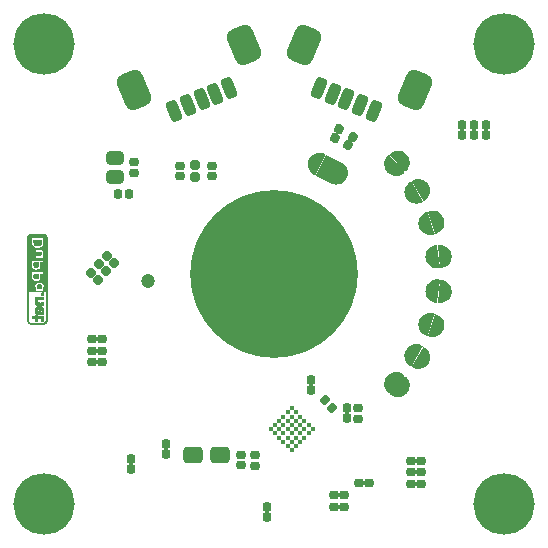
<source format=gbs>
G04*
G04 #@! TF.GenerationSoftware,Altium Limited,Altium Designer,21.9.2 (33)*
G04*
G04 Layer_Color=16711935*
%FSLAX25Y25*%
%MOIN*%
G70*
G04*
G04 #@! TF.SameCoordinates,A2EF98D1-1A14-4516-B8CD-8696FD8A9C0B*
G04*
G04*
G04 #@! TF.FilePolarity,Negative*
G04*
G01*
G75*
%ADD60C,0.55918*%
%ADD61C,0.20485*%
%ADD98C,0.00100*%
G04:AMPARAMS|DCode=99|XSize=67.06mil|YSize=56.42mil|CornerRadius=16.11mil|HoleSize=0mil|Usage=FLASHONLY|Rotation=180.000|XOffset=0mil|YOffset=0mil|HoleType=Round|Shape=RoundedRectangle|*
%AMROUNDEDRECTD99*
21,1,0.06706,0.02421,0,0,180.0*
21,1,0.03484,0.05642,0,0,180.0*
1,1,0.03221,-0.01742,0.01211*
1,1,0.03221,0.01742,0.01211*
1,1,0.03221,0.01742,-0.01211*
1,1,0.03221,-0.01742,-0.01211*
%
%ADD99ROUNDEDRECTD99*%
G04:AMPARAMS|DCode=100|XSize=27.69mil|YSize=47.37mil|CornerRadius=0mil|HoleSize=0mil|Usage=FLASHONLY|Rotation=333.000|XOffset=0mil|YOffset=0mil|HoleType=Round|Shape=Round|*
%AMOVALD100*
21,1,0.01968,0.02769,0.00000,0.00000,63.0*
1,1,0.02769,-0.00447,-0.00877*
1,1,0.02769,0.00447,0.00877*
%
%ADD100OVALD100*%

G04:AMPARAMS|DCode=101|XSize=54mil|YSize=78mil|CornerRadius=0mil|HoleSize=0mil|Usage=FLASHONLY|Rotation=153.000|XOffset=0mil|YOffset=0mil|HoleType=Round|Shape=Rectangle|*
%AMROTATEDRECTD101*
4,1,4,0.04176,0.02249,0.00635,-0.04701,-0.04176,-0.02249,-0.00635,0.04701,0.04176,0.02249,0.0*
%
%ADD101ROTATEDRECTD101*%

%ADD102C,0.02769*%
G04:AMPARAMS|DCode=103|XSize=31.62mil|YSize=29.65mil|CornerRadius=9.41mil|HoleSize=0mil|Usage=FLASHONLY|Rotation=90.000|XOffset=0mil|YOffset=0mil|HoleType=Round|Shape=RoundedRectangle|*
%AMROUNDEDRECTD103*
21,1,0.03162,0.01083,0,0,90.0*
21,1,0.01280,0.02965,0,0,90.0*
1,1,0.01883,0.00541,0.00640*
1,1,0.01883,0.00541,-0.00640*
1,1,0.01883,-0.00541,-0.00640*
1,1,0.01883,-0.00541,0.00640*
%
%ADD103ROUNDEDRECTD103*%
%ADD104C,0.04737*%
G04:AMPARAMS|DCode=105|XSize=90.68mil|YSize=126.11mil|CornerRadius=24.67mil|HoleSize=0mil|Usage=FLASHONLY|Rotation=157.500|XOffset=0mil|YOffset=0mil|HoleType=Round|Shape=RoundedRectangle|*
%AMROUNDEDRECTD105*
21,1,0.09068,0.07677,0,0,157.5*
21,1,0.04134,0.12611,0,0,157.5*
1,1,0.04934,-0.00441,0.04337*
1,1,0.04934,0.03379,0.02755*
1,1,0.04934,0.00441,-0.04337*
1,1,0.04934,-0.03379,-0.02755*
%
%ADD105ROUNDEDRECTD105*%
G04:AMPARAMS|DCode=106|XSize=39.5mil|YSize=70.99mil|CornerRadius=11.87mil|HoleSize=0mil|Usage=FLASHONLY|Rotation=337.500|XOffset=0mil|YOffset=0mil|HoleType=Round|Shape=RoundedRectangle|*
%AMROUNDEDRECTD106*
21,1,0.03950,0.04724,0,0,337.5*
21,1,0.01575,0.07099,0,0,337.5*
1,1,0.02375,-0.00177,-0.02484*
1,1,0.02375,-0.01631,-0.01881*
1,1,0.02375,0.00177,0.02484*
1,1,0.02375,0.01631,0.01881*
%
%ADD106ROUNDEDRECTD106*%
G04:AMPARAMS|DCode=107|XSize=61.15mil|YSize=45.4mil|CornerRadius=13.35mil|HoleSize=0mil|Usage=FLASHONLY|Rotation=180.000|XOffset=0mil|YOffset=0mil|HoleType=Round|Shape=RoundedRectangle|*
%AMROUNDEDRECTD107*
21,1,0.06115,0.01870,0,0,180.0*
21,1,0.03445,0.04540,0,0,180.0*
1,1,0.02670,-0.01722,0.00935*
1,1,0.02670,0.01722,0.00935*
1,1,0.02670,0.01722,-0.00935*
1,1,0.02670,-0.01722,-0.00935*
%
%ADD107ROUNDEDRECTD107*%
G04:AMPARAMS|DCode=108|XSize=32.5mil|YSize=34mil|CornerRadius=10.13mil|HoleSize=0mil|Usage=FLASHONLY|Rotation=270.000|XOffset=0mil|YOffset=0mil|HoleType=Round|Shape=RoundedRectangle|*
%AMROUNDEDRECTD108*
21,1,0.03250,0.01375,0,0,270.0*
21,1,0.01225,0.03400,0,0,270.0*
1,1,0.02025,-0.00688,-0.00613*
1,1,0.02025,-0.00688,0.00613*
1,1,0.02025,0.00688,0.00613*
1,1,0.02025,0.00688,-0.00613*
%
%ADD108ROUNDEDRECTD108*%
G04:AMPARAMS|DCode=109|XSize=27.69mil|YSize=31.62mil|CornerRadius=8.92mil|HoleSize=0mil|Usage=FLASHONLY|Rotation=270.000|XOffset=0mil|YOffset=0mil|HoleType=Round|Shape=RoundedRectangle|*
%AMROUNDEDRECTD109*
21,1,0.02769,0.01378,0,0,270.0*
21,1,0.00984,0.03162,0,0,270.0*
1,1,0.01784,-0.00689,-0.00492*
1,1,0.01784,-0.00689,0.00492*
1,1,0.01784,0.00689,0.00492*
1,1,0.01784,0.00689,-0.00492*
%
%ADD109ROUNDEDRECTD109*%
%ADD110C,0.01476*%
G04:AMPARAMS|DCode=111|XSize=27.69mil|YSize=31.62mil|CornerRadius=8.92mil|HoleSize=0mil|Usage=FLASHONLY|Rotation=135.000|XOffset=0mil|YOffset=0mil|HoleType=Round|Shape=RoundedRectangle|*
%AMROUNDEDRECTD111*
21,1,0.02769,0.01378,0,0,135.0*
21,1,0.00984,0.03162,0,0,135.0*
1,1,0.01784,0.00139,0.00835*
1,1,0.01784,0.00835,0.00139*
1,1,0.01784,-0.00139,-0.00835*
1,1,0.01784,-0.00835,-0.00139*
%
%ADD111ROUNDEDRECTD111*%
G04:AMPARAMS|DCode=112|XSize=90.68mil|YSize=126.11mil|CornerRadius=24.67mil|HoleSize=0mil|Usage=FLASHONLY|Rotation=202.413|XOffset=0mil|YOffset=0mil|HoleType=Round|Shape=RoundedRectangle|*
%AMROUNDEDRECTD112*
21,1,0.09068,0.07677,0,0,202.4*
21,1,0.04134,0.12611,0,0,202.4*
1,1,0.04934,-0.03374,0.02761*
1,1,0.04934,0.00447,0.04337*
1,1,0.04934,0.03374,-0.02761*
1,1,0.04934,-0.00447,-0.04337*
%
%ADD112ROUNDEDRECTD112*%
G04:AMPARAMS|DCode=113|XSize=39.5mil|YSize=70.99mil|CornerRadius=11.87mil|HoleSize=0mil|Usage=FLASHONLY|Rotation=22.413|XOffset=0mil|YOffset=0mil|HoleType=Round|Shape=RoundedRectangle|*
%AMROUNDEDRECTD113*
21,1,0.03950,0.04724,0,0,22.4*
21,1,0.01575,0.07099,0,0,22.4*
1,1,0.02375,0.01629,-0.01884*
1,1,0.02375,0.00173,-0.02484*
1,1,0.02375,-0.01629,0.01884*
1,1,0.02375,-0.00173,0.02484*
%
%ADD113ROUNDEDRECTD113*%
G04:AMPARAMS|DCode=114|XSize=31.62mil|YSize=29.65mil|CornerRadius=9.41mil|HoleSize=0mil|Usage=FLASHONLY|Rotation=180.000|XOffset=0mil|YOffset=0mil|HoleType=Round|Shape=RoundedRectangle|*
%AMROUNDEDRECTD114*
21,1,0.03162,0.01083,0,0,180.0*
21,1,0.01280,0.02965,0,0,180.0*
1,1,0.01883,-0.00640,0.00541*
1,1,0.01883,0.00640,0.00541*
1,1,0.01883,0.00640,-0.00541*
1,1,0.01883,-0.00640,-0.00541*
%
%ADD114ROUNDEDRECTD114*%
G04:AMPARAMS|DCode=115|XSize=31.62mil|YSize=29.65mil|CornerRadius=9.41mil|HoleSize=0mil|Usage=FLASHONLY|Rotation=246.000|XOffset=0mil|YOffset=0mil|HoleType=Round|Shape=RoundedRectangle|*
%AMROUNDEDRECTD115*
21,1,0.03162,0.01083,0,0,246.0*
21,1,0.01280,0.02965,0,0,246.0*
1,1,0.01883,-0.00755,-0.00364*
1,1,0.01883,-0.00234,0.00805*
1,1,0.01883,0.00755,0.00364*
1,1,0.01883,0.00234,-0.00805*
%
%ADD115ROUNDEDRECTD115*%
G04:AMPARAMS|DCode=116|XSize=31.62mil|YSize=29.65mil|CornerRadius=9.41mil|HoleSize=0mil|Usage=FLASHONLY|Rotation=240.000|XOffset=0mil|YOffset=0mil|HoleType=Round|Shape=RoundedRectangle|*
%AMROUNDEDRECTD116*
21,1,0.03162,0.01083,0,0,240.0*
21,1,0.01280,0.02965,0,0,240.0*
1,1,0.01883,-0.00789,-0.00283*
1,1,0.01883,-0.00149,0.00825*
1,1,0.01883,0.00789,0.00283*
1,1,0.01883,0.00149,-0.00825*
%
%ADD116ROUNDEDRECTD116*%
G04:AMPARAMS|DCode=117|XSize=27.69mil|YSize=31.62mil|CornerRadius=8.92mil|HoleSize=0mil|Usage=FLASHONLY|Rotation=270.008|XOffset=0mil|YOffset=0mil|HoleType=Round|Shape=RoundedRectangle|*
%AMROUNDEDRECTD117*
21,1,0.02769,0.01378,0,0,270.0*
21,1,0.00984,0.03162,0,0,270.0*
1,1,0.01784,-0.00689,-0.00492*
1,1,0.01784,-0.00689,0.00492*
1,1,0.01784,0.00689,0.00492*
1,1,0.01784,0.00689,-0.00492*
%
%ADD117ROUNDEDRECTD117*%
G04:AMPARAMS|DCode=118|XSize=27.69mil|YSize=31.62mil|CornerRadius=8.92mil|HoleSize=0mil|Usage=FLASHONLY|Rotation=0.000|XOffset=0mil|YOffset=0mil|HoleType=Round|Shape=RoundedRectangle|*
%AMROUNDEDRECTD118*
21,1,0.02769,0.01378,0,0,0.0*
21,1,0.00984,0.03162,0,0,0.0*
1,1,0.01784,0.00492,-0.00689*
1,1,0.01784,-0.00492,-0.00689*
1,1,0.01784,-0.00492,0.00689*
1,1,0.01784,0.00492,0.00689*
%
%ADD118ROUNDEDRECTD118*%
G04:AMPARAMS|DCode=119|XSize=31.62mil|YSize=29.65mil|CornerRadius=9.41mil|HoleSize=0mil|Usage=FLASHONLY|Rotation=315.000|XOffset=0mil|YOffset=0mil|HoleType=Round|Shape=RoundedRectangle|*
%AMROUNDEDRECTD119*
21,1,0.03162,0.01083,0,0,315.0*
21,1,0.01280,0.02965,0,0,315.0*
1,1,0.01883,0.00070,-0.00835*
1,1,0.01883,-0.00835,0.00070*
1,1,0.01883,-0.00070,0.00835*
1,1,0.01883,0.00835,-0.00070*
%
%ADD119ROUNDEDRECTD119*%
G36*
X15061Y40410D02*
X15074Y40410D01*
X15763Y40353D01*
X15776Y40351D01*
X15789Y40350D01*
X15802Y40348D01*
X15814Y40346D01*
X15827Y40342D01*
X15841Y40339D01*
X16504Y40149D01*
X16517Y40144D01*
X16530Y40140D01*
X16542Y40135D01*
X16554Y40131D01*
X16566Y40125D01*
X16578Y40119D01*
X16882Y39962D01*
X16882Y39962D01*
X16883Y39961D01*
X16885Y39961D01*
X16895Y39954D01*
X16898Y39952D01*
X16915Y39944D01*
X16921Y39939D01*
X16928Y39935D01*
X16929Y39934D01*
X16929Y39934D01*
X16939Y39926D01*
X16942Y39924D01*
X16957Y39913D01*
X16963Y39907D01*
X16969Y39903D01*
X16970Y39901D01*
X16971Y39901D01*
X16979Y39892D01*
X16982Y39889D01*
X16995Y39876D01*
X17000Y39871D01*
X17005Y39865D01*
X17006Y39863D01*
X17007Y39863D01*
X17014Y39853D01*
X17016Y39850D01*
X17028Y39836D01*
X17032Y39829D01*
X17037Y39823D01*
X17038Y39821D01*
X17038Y39821D01*
X17044Y39809D01*
X17046Y39807D01*
X17055Y39791D01*
X17059Y39784D01*
X17062Y39777D01*
X17063Y39776D01*
X17063Y39775D01*
X17069Y39761D01*
X17069Y39760D01*
X17077Y39743D01*
X17079Y39736D01*
X17082Y39729D01*
X17082Y39727D01*
X17082Y39726D01*
X17086Y39711D01*
X17086Y39711D01*
X17091Y39693D01*
X17093Y39685D01*
X17095Y39678D01*
X17095Y39676D01*
X17095Y39675D01*
X17097Y39659D01*
X17100Y39641D01*
X17100Y39633D01*
X17101Y39626D01*
X17101Y39624D01*
X17101Y39623D01*
X17100Y39607D01*
X17101Y39589D01*
X17100Y39581D01*
X17100Y39573D01*
X17100Y39572D01*
X17100Y39571D01*
X17097Y39554D01*
X17095Y39536D01*
X17094Y39529D01*
X17093Y39521D01*
X17092Y39520D01*
X17092Y39519D01*
X17087Y39503D01*
X17083Y39485D01*
X17080Y39478D01*
X17078Y39471D01*
X17078Y39470D01*
X17077Y39469D01*
X17071Y39453D01*
X17064Y39437D01*
X17061Y39430D01*
X17058Y39423D01*
X13880Y33186D01*
X13867Y33164D01*
X13855Y33143D01*
X13854Y33142D01*
X13853Y33141D01*
X13838Y33122D01*
X13822Y33102D01*
X13821Y33101D01*
X13821Y33100D01*
X13803Y33082D01*
X13785Y33065D01*
X13784Y33064D01*
X13783Y33063D01*
X13762Y33048D01*
X13743Y33033D01*
X13742Y33033D01*
X13741Y33032D01*
X13719Y33019D01*
X13698Y33007D01*
X13696Y33007D01*
X13695Y33006D01*
X13672Y32997D01*
X13649Y32988D01*
X13648Y32987D01*
X13647Y32987D01*
X13622Y32981D01*
X13598Y32974D01*
X13597Y32974D01*
X13596Y32974D01*
X13571Y32971D01*
X13546Y32968D01*
X13545Y32968D01*
X13544Y32968D01*
X13519Y32968D01*
X13494Y32968D01*
X13492Y32968D01*
X13491Y32968D01*
X13466Y32972D01*
X13442Y32975D01*
X13441Y32976D01*
X13439Y32976D01*
X13415Y32983D01*
X13391Y32989D01*
X13390Y32990D01*
X13389Y32990D01*
X13366Y33000D01*
X13343Y33010D01*
X13034Y33165D01*
X13023Y33171D01*
X13011Y33177D01*
X13000Y33185D01*
X12989Y33191D01*
X12979Y33199D01*
X12967Y33207D01*
X12423Y33632D01*
X12413Y33641D01*
X12402Y33649D01*
X12393Y33658D01*
X12384Y33667D01*
X12375Y33677D01*
X12366Y33687D01*
X11916Y34210D01*
X11908Y34221D01*
X11899Y34231D01*
X11892Y34242D01*
X11884Y34252D01*
X11878Y34264D01*
X11870Y34275D01*
X11532Y34877D01*
X11526Y34889D01*
X11519Y34901D01*
X11515Y34913D01*
X11509Y34925D01*
X11505Y34937D01*
X11500Y34950D01*
X11287Y35607D01*
X11283Y35620D01*
X11279Y35632D01*
X11277Y35645D01*
X11274Y35657D01*
X11272Y35671D01*
X11270Y35684D01*
X11190Y36370D01*
X11189Y36384D01*
X11187Y36397D01*
X11187Y36409D01*
X11187Y36422D01*
X11188Y36436D01*
X11188Y36449D01*
X11244Y37137D01*
X11246Y37151D01*
X11248Y37164D01*
X11250Y37177D01*
X11252Y37189D01*
X11256Y37202D01*
X11259Y37215D01*
X11449Y37879D01*
X11454Y37892D01*
X11458Y37905D01*
X11463Y37916D01*
X11467Y37929D01*
X11473Y37940D01*
X11479Y37953D01*
X11637Y38259D01*
X11637Y38260D01*
X11790Y38564D01*
X11797Y38575D01*
X11803Y38587D01*
X11810Y38598D01*
X11816Y38609D01*
X11825Y38619D01*
X11832Y38631D01*
X12257Y39175D01*
X12266Y39185D01*
X12274Y39195D01*
X12284Y39204D01*
X12292Y39214D01*
X12302Y39223D01*
X12312Y39232D01*
X12836Y39682D01*
X12846Y39690D01*
X12857Y39699D01*
X12867Y39706D01*
X12878Y39714D01*
X12889Y39720D01*
X12900Y39728D01*
X13502Y40066D01*
X13515Y40072D01*
X13526Y40078D01*
X13538Y40083D01*
X13550Y40089D01*
X13563Y40093D01*
X13575Y40098D01*
X14232Y40311D01*
X14245Y40315D01*
X14258Y40319D01*
X14270Y40321D01*
X14283Y40324D01*
X14296Y40326D01*
X14309Y40328D01*
X14995Y40408D01*
X15009Y40409D01*
X15022Y40411D01*
X15035Y40410D01*
X15047Y40411D01*
X15061Y40410D01*
D02*
G37*
G36*
X22227Y37190D02*
X22253Y37190D01*
X22255Y37190D01*
X22256Y37189D01*
X22280Y37186D01*
X22305Y37183D01*
X22307Y37182D01*
X22308Y37182D01*
X22331Y37175D01*
X22356Y37169D01*
X22357Y37168D01*
X22358Y37168D01*
X22380Y37158D01*
X22404Y37148D01*
X22713Y36993D01*
X22725Y36987D01*
X22737Y36981D01*
X22747Y36973D01*
X22758Y36967D01*
X22769Y36959D01*
X22780Y36951D01*
X23324Y36526D01*
X23334Y36517D01*
X23345Y36509D01*
X23354Y36500D01*
X23363Y36491D01*
X23372Y36481D01*
X23382Y36471D01*
X23832Y35948D01*
X23840Y35937D01*
X23848Y35927D01*
X23855Y35916D01*
X23863Y35906D01*
X23870Y35894D01*
X23877Y35883D01*
X24216Y35281D01*
X24221Y35269D01*
X24228Y35257D01*
X24233Y35245D01*
X24238Y35233D01*
X24242Y35221D01*
X24247Y35208D01*
X24461Y34551D01*
X24464Y34538D01*
X24468Y34526D01*
X24471Y34513D01*
X24474Y34501D01*
X24475Y34487D01*
X24478Y34474D01*
X24558Y33788D01*
X24558Y33775D01*
X24560Y33761D01*
X24560Y33749D01*
X24560Y33736D01*
X24559Y33722D01*
X24559Y33709D01*
X24503Y33020D01*
X24501Y33007D01*
X24500Y32994D01*
X24497Y32981D01*
X24495Y32969D01*
X24491Y32956D01*
X24489Y32943D01*
X24298Y32279D01*
X24293Y32266D01*
X24290Y32253D01*
X24285Y32241D01*
X24280Y32230D01*
X24274Y32217D01*
X24269Y32205D01*
X24110Y31898D01*
X24110Y31898D01*
X23957Y31594D01*
X23951Y31583D01*
X23945Y31571D01*
X23937Y31560D01*
X23931Y31549D01*
X23923Y31539D01*
X23915Y31528D01*
X23490Y30983D01*
X23481Y30973D01*
X23473Y30963D01*
X23464Y30954D01*
X23455Y30944D01*
X23445Y30935D01*
X23435Y30926D01*
X22912Y30476D01*
X22901Y30468D01*
X22891Y30459D01*
X22880Y30452D01*
X22870Y30444D01*
X22858Y30438D01*
X22847Y30430D01*
X22245Y30092D01*
X22233Y30086D01*
X22221Y30080D01*
X22209Y30075D01*
X22197Y30069D01*
X22185Y30065D01*
X22172Y30060D01*
X21515Y29847D01*
X21502Y29843D01*
X21490Y29839D01*
X21477Y29837D01*
X21465Y29834D01*
X21451Y29832D01*
X21438Y29830D01*
X20752Y29750D01*
X20739Y29749D01*
X20725Y29748D01*
X20713Y29748D01*
X20700Y29747D01*
X20686Y29748D01*
X20673Y29748D01*
X19985Y29805D01*
X19971Y29807D01*
X19958Y29808D01*
X19945Y29811D01*
X19933Y29812D01*
X19920Y29816D01*
X19907Y29819D01*
X19243Y30009D01*
X19230Y30014D01*
X19217Y30018D01*
X19206Y30023D01*
X19194Y30027D01*
X19182Y30033D01*
X19169Y30039D01*
X18865Y30196D01*
X18865Y30196D01*
X18865Y30196D01*
X18863Y30197D01*
X18857Y30201D01*
X18850Y30204D01*
X18835Y30214D01*
X18820Y30223D01*
X18819Y30224D01*
X18818Y30224D01*
X18812Y30229D01*
X18806Y30233D01*
X18806Y30233D01*
X18793Y30244D01*
X18779Y30255D01*
X18778Y30256D01*
X18777Y30257D01*
X18772Y30262D01*
X18767Y30267D01*
X18754Y30280D01*
X18742Y30293D01*
X18742Y30294D01*
X18740Y30295D01*
X18736Y30301D01*
X18732Y30306D01*
X18721Y30321D01*
X18711Y30335D01*
X18710Y30336D01*
X18709Y30337D01*
X18706Y30343D01*
X18702Y30349D01*
X18693Y30366D01*
X18685Y30381D01*
X18685Y30382D01*
X18684Y30383D01*
X18681Y30390D01*
X18678Y30396D01*
X18672Y30414D01*
X18672Y30415D01*
X18666Y30430D01*
X18665Y30430D01*
X18665Y30432D01*
X18663Y30439D01*
X18661Y30445D01*
X18657Y30464D01*
X18656Y30467D01*
X18653Y30480D01*
X18653Y30481D01*
X18652Y30483D01*
X18652Y30490D01*
X18650Y30497D01*
X18649Y30516D01*
X18648Y30519D01*
X18647Y30532D01*
X18647Y30533D01*
X18646Y30535D01*
X18647Y30542D01*
X18646Y30549D01*
X18647Y30568D01*
X18647Y30573D01*
X18647Y30585D01*
X18647Y30585D01*
X18647Y30587D01*
X18649Y30594D01*
X18649Y30601D01*
X18652Y30620D01*
X18653Y30627D01*
X18655Y30637D01*
X18655Y30637D01*
X18655Y30639D01*
X18657Y30646D01*
X18658Y30653D01*
X18665Y30671D01*
X18666Y30678D01*
X18669Y30687D01*
X18669Y30688D01*
X18670Y30690D01*
X18673Y30696D01*
X18675Y30703D01*
X18683Y30720D01*
X18687Y30728D01*
X18690Y30735D01*
X18690Y30736D01*
X18691Y30738D01*
X18692Y30739D01*
X21867Y36972D01*
X21880Y36993D01*
X21893Y37015D01*
X21894Y37016D01*
X21894Y37017D01*
X21909Y37036D01*
X21925Y37056D01*
X21926Y37057D01*
X21927Y37058D01*
X21945Y37076D01*
X21962Y37093D01*
X21963Y37094D01*
X21964Y37095D01*
X21985Y37110D01*
X22004Y37125D01*
X22005Y37125D01*
X22006Y37126D01*
X22028Y37138D01*
X22050Y37151D01*
X22051Y37151D01*
X22052Y37152D01*
X22074Y37161D01*
X22098Y37170D01*
X22100Y37171D01*
X22101Y37171D01*
X22124Y37177D01*
X22149Y37184D01*
X22150Y37184D01*
X22151Y37184D01*
X22175Y37187D01*
X22201Y37190D01*
X22202Y37190D01*
X22204Y37190D01*
X22227Y37190D01*
D02*
G37*
G36*
X41135Y41089D02*
X41148Y41090D01*
X41837Y41054D01*
X41850Y41052D01*
X41863Y41051D01*
X41876Y41049D01*
X41889Y41047D01*
X41901Y41044D01*
X41914Y41042D01*
X42582Y40872D01*
X42595Y40868D01*
X42608Y40865D01*
X42620Y40860D01*
X42632Y40856D01*
X42644Y40850D01*
X42656Y40845D01*
X43279Y40549D01*
X43290Y40542D01*
X43302Y40536D01*
X43313Y40529D01*
X43324Y40523D01*
X43335Y40515D01*
X43346Y40508D01*
X43898Y40095D01*
X43908Y40087D01*
X43919Y40079D01*
X43928Y40070D01*
X43938Y40061D01*
X43947Y40051D01*
X43956Y40042D01*
X44187Y39786D01*
X44187Y39786D01*
X44418Y39530D01*
X44426Y39520D01*
X44435Y39510D01*
X44442Y39499D01*
X44450Y39489D01*
X44457Y39478D01*
X44464Y39467D01*
X44817Y38874D01*
X44823Y38863D01*
X44829Y38851D01*
X44835Y38839D01*
X44841Y38827D01*
X44845Y38815D01*
X44850Y38803D01*
X45080Y38153D01*
X45084Y38140D01*
X45088Y38128D01*
X45091Y38115D01*
X45095Y38103D01*
X45096Y38090D01*
X45099Y38077D01*
X45198Y37395D01*
X45199Y37382D01*
X45201Y37369D01*
X45201Y37355D01*
X45202Y37342D01*
X45202Y37329D01*
X45202Y37316D01*
X45166Y36628D01*
X45164Y36615D01*
X45163Y36601D01*
X45161Y36589D01*
X45160Y36575D01*
X45156Y36563D01*
X45154Y36550D01*
X44984Y35882D01*
X44980Y35869D01*
X44977Y35857D01*
X44972Y35844D01*
X44968Y35832D01*
X44962Y35820D01*
X44957Y35808D01*
X44661Y35186D01*
X44654Y35174D01*
X44649Y35162D01*
X44641Y35151D01*
X44635Y35140D01*
X44627Y35129D01*
X44620Y35118D01*
X44208Y34566D01*
X44199Y34556D01*
X44191Y34545D01*
X44182Y34536D01*
X44173Y34526D01*
X44164Y34517D01*
X44155Y34508D01*
X43898Y34277D01*
X43898Y34277D01*
X43886Y34267D01*
X43874Y34257D01*
X43865Y34251D01*
X43857Y34245D01*
X43844Y34236D01*
X43830Y34228D01*
X43821Y34223D01*
X43812Y34218D01*
X43797Y34212D01*
X43784Y34205D01*
X43774Y34201D01*
X43764Y34197D01*
X43749Y34193D01*
X43734Y34188D01*
X43724Y34186D01*
X43714Y34183D01*
X43698Y34181D01*
X43682Y34178D01*
X43672Y34177D01*
X43662Y34175D01*
X43646Y34175D01*
X43630Y34174D01*
X43620Y34175D01*
X43609Y34175D01*
X43593Y34176D01*
X43578Y34178D01*
X43567Y34180D01*
X43557Y34181D01*
X43542Y34185D01*
X43526Y34188D01*
X43517Y34191D01*
X43506Y34194D01*
X43492Y34200D01*
X43477Y34205D01*
X43467Y34209D01*
X43457Y34213D01*
X43444Y34221D01*
X43430Y34228D01*
X43421Y34234D01*
X43412Y34239D01*
X43399Y34248D01*
X43386Y34257D01*
X43378Y34264D01*
X43370Y34270D01*
X43358Y34281D01*
X43347Y34292D01*
X43340Y34299D01*
X43332Y34307D01*
X38648Y39509D01*
X38631Y39531D01*
X38616Y39550D01*
X38616Y39550D01*
X38616Y39550D01*
X38589Y39595D01*
X38572Y39633D01*
X38568Y39643D01*
X38568Y39643D01*
Y39643D01*
X38554Y39694D01*
X38550Y39723D01*
X38547Y39746D01*
X38546Y39798D01*
D01*
Y39798D01*
X38552Y39850D01*
X38562Y39889D01*
X38565Y39901D01*
X38565Y39901D01*
Y39901D01*
X38584Y39950D01*
X38610Y39995D01*
X38641Y40037D01*
X38676Y40073D01*
X38678Y40075D01*
D01*
X38678Y40075D01*
X38678Y40075D01*
X38934Y40306D01*
X38945Y40314D01*
X38954Y40322D01*
X38965Y40330D01*
X38975Y40338D01*
X38987Y40345D01*
X38997Y40352D01*
X39590Y40705D01*
X39602Y40711D01*
X39613Y40717D01*
X39625Y40723D01*
X39637Y40729D01*
X39649Y40733D01*
X39661Y40738D01*
X40311Y40968D01*
X40324Y40972D01*
X40336Y40976D01*
X40349Y40979D01*
X40361Y40982D01*
X40374Y40984D01*
X40387Y40987D01*
X41070Y41086D01*
X41083Y41087D01*
X41096Y41089D01*
X41109Y41089D01*
X41122Y41090D01*
X41135Y41089D01*
D02*
G37*
G36*
X38302Y39588D02*
X38312Y39588D01*
X38328Y39586D01*
X38344Y39585D01*
X38354Y39583D01*
X38364Y39582D01*
X38380Y39578D01*
X38395Y39575D01*
X38405Y39571D01*
X38415Y39569D01*
X38430Y39563D01*
X38445Y39558D01*
X38454Y39553D01*
X38464Y39549D01*
X38478Y39542D01*
X38492Y39535D01*
X38501Y39529D01*
X38510Y39524D01*
X38522Y39514D01*
X38535Y39505D01*
X38543Y39498D01*
X38552Y39492D01*
X38563Y39481D01*
X38575Y39471D01*
X38582Y39463D01*
X38589Y39456D01*
X43273Y34254D01*
X43291Y34232D01*
X43306Y34212D01*
X43306Y34212D01*
X43306Y34212D01*
X43332Y34167D01*
X43353Y34119D01*
X43367Y34069D01*
X43372Y34040D01*
X43375Y34017D01*
X43376Y33964D01*
D01*
Y33964D01*
X43369Y33912D01*
X43361Y33878D01*
X43357Y33862D01*
X43357Y33862D01*
Y33862D01*
X43337Y33813D01*
X43312Y33767D01*
X43296Y33746D01*
X43280Y33725D01*
X43244Y33688D01*
D01*
X43244Y33687D01*
X43244Y33687D01*
X42987Y33457D01*
X42977Y33449D01*
X42967Y33440D01*
X42957Y33433D01*
X42946Y33424D01*
X42935Y33418D01*
X42924Y33410D01*
X42332Y33058D01*
X42320Y33052D01*
X42309Y33045D01*
X42297Y33040D01*
X42285Y33034D01*
X42272Y33029D01*
X42261Y33024D01*
X41611Y32794D01*
X41598Y32791D01*
X41586Y32786D01*
X41573Y32783D01*
X41560Y32780D01*
X41547Y32778D01*
X41534Y32775D01*
X40852Y32676D01*
X40839Y32675D01*
X40826Y32673D01*
X40813Y32673D01*
X40800Y32672D01*
X40786Y32673D01*
X40773Y32673D01*
X40085Y32709D01*
X40072Y32710D01*
X40059Y32711D01*
X40046Y32713D01*
X40033Y32715D01*
X40020Y32718D01*
X40007Y32721D01*
X39339Y32890D01*
X39327Y32895D01*
X39314Y32898D01*
X39302Y32903D01*
X39289Y32907D01*
X39277Y32912D01*
X39265Y32917D01*
X38643Y33214D01*
X38631Y33220D01*
X38620Y33226D01*
X38609Y33233D01*
X38597Y33240D01*
X38587Y33247D01*
X38576Y33255D01*
X38023Y33667D01*
X38013Y33676D01*
X38003Y33683D01*
X37993Y33693D01*
X37983Y33701D01*
X37975Y33711D01*
X37965Y33720D01*
X37735Y33976D01*
X37734Y33976D01*
X37504Y34232D01*
X37496Y34243D01*
X37487Y34253D01*
X37479Y34263D01*
X37471Y34274D01*
X37465Y34285D01*
X37457Y34296D01*
X37105Y34888D01*
X37099Y34900D01*
X37092Y34911D01*
X37087Y34923D01*
X37081Y34935D01*
X37077Y34947D01*
X37071Y34959D01*
X36841Y35609D01*
X36838Y35622D01*
X36833Y35634D01*
X36830Y35647D01*
X36827Y35660D01*
X36825Y35673D01*
X36822Y35686D01*
X36723Y36368D01*
X36722Y36381D01*
X36720Y36394D01*
X36720Y36407D01*
X36719Y36420D01*
X36720Y36433D01*
X36720Y36446D01*
X36756Y37135D01*
X36757Y37148D01*
X36758Y37161D01*
X36761Y37174D01*
X36762Y37187D01*
X36765Y37200D01*
X36768Y37212D01*
X36937Y37881D01*
X36941Y37893D01*
X36945Y37906D01*
X36950Y37918D01*
X36954Y37931D01*
X36959Y37942D01*
X36964Y37955D01*
X37261Y38577D01*
X37267Y38588D01*
X37273Y38600D01*
X37280Y38611D01*
X37286Y38623D01*
X37294Y38633D01*
X37301Y38644D01*
X37714Y39197D01*
X37723Y39206D01*
X37730Y39217D01*
X37740Y39227D01*
X37748Y39237D01*
X37758Y39245D01*
X37767Y39255D01*
X38023Y39485D01*
X38023Y39485D01*
X38036Y39495D01*
X38047Y39505D01*
X38056Y39511D01*
X38064Y39518D01*
X38078Y39526D01*
X38091Y39535D01*
X38100Y39539D01*
X38109Y39545D01*
X38124Y39551D01*
X38138Y39558D01*
X38148Y39561D01*
X38158Y39565D01*
X38173Y39570D01*
X38188Y39575D01*
X38198Y39577D01*
X38208Y39580D01*
X38224Y39582D01*
X38239Y39585D01*
X38250Y39586D01*
X38260Y39587D01*
X38276Y39587D01*
X38291Y39588D01*
X38302Y39588D01*
D02*
G37*
G36*
X48013Y31694D02*
X48026D01*
X48714Y31649D01*
X48727Y31648D01*
X48740Y31647D01*
X48753Y31644D01*
X48766Y31642D01*
X48779Y31639D01*
X48792Y31637D01*
X49458Y31458D01*
X49470Y31454D01*
X49483Y31451D01*
X49495Y31446D01*
X49507Y31441D01*
X49519Y31435D01*
X49531Y31431D01*
X50150Y31126D01*
X50161Y31119D01*
X50173Y31113D01*
X50184Y31106D01*
X50195Y31099D01*
X50205Y31091D01*
X50217Y31084D01*
X50763Y30664D01*
X50773Y30656D01*
X50784Y30648D01*
X50793Y30638D01*
X50803Y30630D01*
X50811Y30620D01*
X50821Y30611D01*
X51275Y30092D01*
X51283Y30082D01*
X51292Y30072D01*
X51299Y30061D01*
X51307Y30051D01*
X51314Y30039D01*
X51321Y30028D01*
X51493Y29730D01*
X51494Y29730D01*
X51666Y29431D01*
X51672Y29419D01*
X51678Y29408D01*
X51683Y29396D01*
X51689Y29384D01*
X51693Y29372D01*
X51698Y29360D01*
X51920Y28707D01*
X51923Y28694D01*
X51928Y28682D01*
X51930Y28669D01*
X51933Y28656D01*
X51935Y28643D01*
X51938Y28630D01*
X52028Y27947D01*
X52029Y27934D01*
X52030Y27921D01*
Y27908D01*
X52031Y27894D01*
X52030Y27881D01*
Y27868D01*
X51985Y27180D01*
X51983Y27167D01*
X51983Y27154D01*
X51980Y27141D01*
X51978Y27128D01*
X51975Y27116D01*
X51972Y27103D01*
X51794Y26437D01*
X51790Y26424D01*
X51786Y26412D01*
X51781Y26400D01*
X51777Y26387D01*
X51771Y26375D01*
X51766Y26363D01*
X51461Y25745D01*
X51455Y25734D01*
X51449Y25722D01*
X51442Y25711D01*
X51435Y25699D01*
X51427Y25689D01*
X51420Y25678D01*
X51000Y25131D01*
X50991Y25121D01*
X50984Y25111D01*
X50974Y25102D01*
X50966Y25092D01*
X50956Y25083D01*
X50946Y25074D01*
X50428Y24619D01*
X50418Y24611D01*
X50408Y24603D01*
X50397Y24595D01*
X50387Y24587D01*
X50375Y24581D01*
X50364Y24574D01*
X50066Y24401D01*
X50066Y24401D01*
X50019Y24378D01*
X49969Y24361D01*
X49918Y24351D01*
X49865Y24347D01*
X49813Y24351D01*
X49762Y24361D01*
X49712Y24378D01*
X49680Y24394D01*
X49665Y24401D01*
X49621Y24430D01*
X49582Y24465D01*
X49547Y24504D01*
X49518Y24548D01*
X46018Y30610D01*
X46018Y30610D01*
X46018Y30610D01*
D01*
X46017Y30611D01*
X45995Y30657D01*
X45994Y30660D01*
X45978Y30707D01*
X45973Y30733D01*
X45968Y30758D01*
X45964Y30810D01*
X45967Y30852D01*
X45968Y30863D01*
X45973Y30888D01*
X45978Y30914D01*
X45995Y30964D01*
X46018Y31011D01*
X46047Y31054D01*
X46082Y31094D01*
X46082Y31094D01*
X46082Y31094D01*
X46093Y31104D01*
X46121Y31128D01*
X46165Y31158D01*
X46463Y31330D01*
X46475Y31336D01*
X46486Y31342D01*
X46499Y31347D01*
X46510Y31353D01*
X46523Y31357D01*
X46535Y31362D01*
X47188Y31584D01*
X47200Y31587D01*
X47213Y31592D01*
X47226Y31594D01*
X47238Y31598D01*
X47251Y31599D01*
X47264Y31602D01*
X47948Y31692D01*
X47961Y31693D01*
X47974Y31694D01*
X47987D01*
X48000Y31695D01*
X48013Y31694D01*
D02*
G37*
G36*
X45654Y30767D02*
X45706Y30757D01*
X45756Y30740D01*
X45803Y30717D01*
X45846Y30688D01*
X45886Y30653D01*
X45920Y30614D01*
X45949Y30570D01*
X45949Y30570D01*
X49449Y24508D01*
X49472Y24461D01*
X49489Y24413D01*
X49489Y24411D01*
D01*
X49489Y24411D01*
X49494Y24391D01*
X49500Y24360D01*
X49503Y24308D01*
Y24308D01*
Y24308D01*
X49500Y24255D01*
X49493Y24221D01*
X49489Y24204D01*
X49489Y24204D01*
D01*
X49472Y24154D01*
X49461Y24132D01*
X49449Y24107D01*
X49449Y24107D01*
D01*
X49449Y24107D01*
X49420Y24064D01*
X49386Y24024D01*
X49386Y24024D01*
X49386Y24024D01*
X49346Y23990D01*
X49303Y23961D01*
X49303Y23961D01*
D01*
X49303Y23960D01*
X49303Y23960D01*
X49004Y23788D01*
X48992Y23782D01*
X48981Y23776D01*
X48969Y23771D01*
X48957Y23765D01*
X48945Y23761D01*
X48932Y23756D01*
X48280Y23534D01*
X48267Y23531D01*
X48255Y23527D01*
X48242Y23524D01*
X48229Y23520D01*
X48216Y23519D01*
X48203Y23516D01*
X47520Y23426D01*
X47506Y23425D01*
X47493Y23424D01*
X47480D01*
X47467Y23423D01*
X47454Y23424D01*
X47441D01*
X46753Y23469D01*
X46740Y23470D01*
X46727Y23471D01*
X46714Y23474D01*
X46701Y23476D01*
X46688Y23479D01*
X46676Y23482D01*
X46010Y23660D01*
X45997Y23664D01*
X45985Y23668D01*
X45972Y23673D01*
X45960Y23677D01*
X45948Y23683D01*
X45936Y23688D01*
X45318Y23993D01*
X45306Y23999D01*
X45294Y24005D01*
X45284Y24012D01*
X45272Y24019D01*
X45262Y24027D01*
X45251Y24034D01*
X44704Y24454D01*
X44694Y24463D01*
X44684Y24471D01*
X44674Y24480D01*
X44665Y24488D01*
X44656Y24498D01*
X44647Y24508D01*
X44192Y25026D01*
X44184Y25036D01*
X44175Y25046D01*
X44168Y25057D01*
X44160Y25067D01*
X44154Y25079D01*
X44146Y25090D01*
X43974Y25388D01*
X43974Y25388D01*
X43802Y25687D01*
X43796Y25699D01*
X43789Y25710D01*
X43784Y25722D01*
X43778Y25734D01*
X43774Y25746D01*
X43769Y25758D01*
X43547Y26411D01*
X43544Y26424D01*
X43540Y26436D01*
X43537Y26449D01*
X43534Y26462D01*
X43532Y26475D01*
X43530Y26488D01*
X43440Y27171D01*
X43439Y27185D01*
X43437Y27198D01*
Y27211D01*
X43436Y27224D01*
X43437Y27237D01*
Y27250D01*
X43482Y27938D01*
X43484Y27951D01*
X43485Y27964D01*
X43487Y27977D01*
X43489Y27990D01*
X43492Y28003D01*
X43495Y28015D01*
X43673Y28681D01*
X43678Y28694D01*
X43681Y28706D01*
X43686Y28719D01*
X43690Y28731D01*
X43696Y28743D01*
X43701Y28755D01*
X44006Y29373D01*
X44013Y29385D01*
X44018Y29396D01*
X44026Y29407D01*
X44032Y29419D01*
X44040Y29429D01*
X44048Y29440D01*
X44467Y29987D01*
X44476Y29997D01*
X44484Y30007D01*
X44493Y30016D01*
X44502Y30026D01*
X44512Y30035D01*
X44521Y30044D01*
X45039Y30499D01*
X45050Y30507D01*
X45060Y30516D01*
X45070Y30523D01*
X45081Y30531D01*
X45092Y30537D01*
X45103Y30545D01*
X45401Y30717D01*
X45402Y30717D01*
X45449Y30740D01*
X45498Y30757D01*
X45550Y30767D01*
X45602Y30771D01*
X45654Y30767D01*
D02*
G37*
G36*
X52789Y21085D02*
X52802Y21084D01*
X53489Y21030D01*
X53502Y21028D01*
X53515Y21027D01*
X53528Y21025D01*
X53541Y21023D01*
X53554Y21019D01*
X53567Y21017D01*
X54230Y20830D01*
X54242Y20825D01*
X54255Y20821D01*
X54267Y20816D01*
X54280Y20812D01*
X54291Y20806D01*
X54303Y20801D01*
X54918Y20488D01*
X54929Y20481D01*
X54941Y20475D01*
X54951Y20468D01*
X54963Y20461D01*
X54973Y20453D01*
X54984Y20446D01*
X55525Y20019D01*
X55535Y20010D01*
X55545Y20002D01*
X55554Y19992D01*
X55564Y19984D01*
X55573Y19974D01*
X55582Y19964D01*
X56030Y19440D01*
X56037Y19429D01*
X56046Y19419D01*
X56053Y19408D01*
X56061Y19398D01*
X56067Y19386D01*
X56075Y19375D01*
X56411Y18774D01*
X56417Y18762D01*
X56423Y18751D01*
X56428Y18738D01*
X56434Y18726D01*
X56438Y18714D01*
X56443Y18702D01*
X56549Y18374D01*
X56550Y18374D01*
X56656Y18046D01*
X56659Y18033D01*
X56663Y18021D01*
X56666Y18008D01*
X56669Y17995D01*
X56670Y17982D01*
X56673Y17969D01*
X56754Y17285D01*
X56754Y17272D01*
X56756Y17259D01*
X56756Y17245D01*
X56757Y17232D01*
X56756Y17219D01*
X56755Y17206D01*
X56701Y16519D01*
X56699Y16506D01*
X56698Y16493D01*
X56696Y16480D01*
X56694Y16467D01*
X56690Y16454D01*
X56687Y16442D01*
X56500Y15778D01*
X56496Y15766D01*
X56492Y15753D01*
X56487Y15741D01*
X56483Y15729D01*
X56477Y15717D01*
X56472Y15705D01*
X56159Y15090D01*
X56152Y15079D01*
X56146Y15067D01*
X56138Y15057D01*
X56132Y15045D01*
X56124Y15035D01*
X56116Y15024D01*
X55690Y14483D01*
X55681Y14473D01*
X55673Y14463D01*
X55663Y14454D01*
X55654Y14444D01*
X55645Y14435D01*
X55635Y14426D01*
X55111Y13979D01*
X55100Y13971D01*
X55090Y13962D01*
X55079Y13955D01*
X55069Y13947D01*
X55057Y13941D01*
X55046Y13934D01*
X54445Y13597D01*
X54433Y13591D01*
X54422Y13585D01*
X54409Y13580D01*
X54397Y13574D01*
X54385Y13570D01*
X54373Y13565D01*
X54045Y13459D01*
X54035Y13456D01*
X54025Y13453D01*
X54009Y13450D01*
X53994Y13446D01*
X53984Y13444D01*
X53973Y13442D01*
X53958Y13441D01*
X53942Y13440D01*
X53931Y13440D01*
X53921Y13439D01*
X53905Y13440D01*
X53890Y13440D01*
X53879Y13442D01*
X53869Y13442D01*
X53853Y13446D01*
X53838Y13448D01*
X53828Y13451D01*
X53817Y13453D01*
X53802Y13458D01*
X53787Y13462D01*
X53778Y13466D01*
X53768Y13469D01*
X53754Y13476D01*
X53739Y13483D01*
X53730Y13488D01*
X53721Y13493D01*
X53708Y13501D01*
X53694Y13510D01*
X53686Y13516D01*
X53677Y13522D01*
X53665Y13532D01*
X53653Y13542D01*
X53645Y13550D01*
X53638Y13556D01*
X53627Y13568D01*
X53616Y13580D01*
X53610Y13588D01*
X53603Y13596D01*
X53594Y13609D01*
X53585Y13622D01*
X53580Y13631D01*
X53574Y13640D01*
X53567Y13654D01*
X53559Y13667D01*
X53555Y13677D01*
X53551Y13687D01*
X53546Y13701D01*
X53540Y13716D01*
X53540Y13716D01*
X51377Y20373D01*
X51364Y20424D01*
X51359Y20464D01*
X51358Y20476D01*
Y20476D01*
D01*
X51358Y20529D01*
X51366Y20581D01*
X51380Y20631D01*
X51399Y20674D01*
X51401Y20679D01*
X51401Y20679D01*
Y20679D01*
X51428Y20724D01*
X51460Y20765D01*
X51498Y20802D01*
X51540Y20833D01*
X51575Y20854D01*
X51585Y20859D01*
X51585D01*
X51585Y20859D01*
X51634Y20878D01*
X51634Y20878D01*
X51962Y20985D01*
X51975Y20988D01*
X51987Y20992D01*
X52000Y20995D01*
X52013Y20998D01*
X52026Y21000D01*
X52039Y21002D01*
X52723Y21083D01*
X52736Y21084D01*
X52749Y21085D01*
X52763Y21085D01*
X52776Y21086D01*
X52789Y21085D01*
D02*
G37*
G36*
X50936Y20625D02*
X50951Y20625D01*
X50962Y20623D01*
X50972Y20622D01*
X50988Y20619D01*
X51003Y20617D01*
X51013Y20614D01*
X51024Y20612D01*
X51039Y20607D01*
X51054Y20603D01*
X51063Y20599D01*
X51073Y20595D01*
X51087Y20588D01*
X51102Y20582D01*
X51111Y20577D01*
X51120Y20572D01*
X51133Y20563D01*
X51147Y20555D01*
X51155Y20549D01*
X51164Y20543D01*
X51176Y20533D01*
X51188Y20523D01*
X51195Y20515D01*
X51203Y20508D01*
X51203Y20508D01*
X51214Y20497D01*
X51225Y20485D01*
X51231Y20477D01*
X51238Y20469D01*
X51247Y20456D01*
X51256Y20443D01*
X51261Y20434D01*
X51267Y20425D01*
X51274Y20411D01*
X51282Y20398D01*
X51286Y20388D01*
X51290Y20378D01*
X51295Y20364D01*
X51301Y20349D01*
X53464Y13691D01*
X53477Y13641D01*
X53482Y13600D01*
X53483Y13589D01*
Y13589D01*
D01*
X53483Y13536D01*
X53475Y13484D01*
X53470Y13464D01*
X53461Y13434D01*
X53440Y13386D01*
X53413Y13341D01*
X53381Y13299D01*
X53381Y13299D01*
D01*
X53343Y13263D01*
X53329Y13252D01*
X53301Y13231D01*
X53256Y13206D01*
X53256D01*
X53256Y13206D01*
X53207Y13186D01*
X53207Y13186D01*
X52879Y13080D01*
X52866Y13077D01*
X52854Y13073D01*
X52841Y13070D01*
X52828Y13067D01*
X52815Y13065D01*
X52802Y13063D01*
X52118Y12982D01*
X52105Y12981D01*
X52091Y12980D01*
X52078Y12980D01*
X52065Y12979D01*
X52052Y12980D01*
X52039Y12980D01*
X51352Y13034D01*
X51339Y13036D01*
X51326Y13037D01*
X51313Y13040D01*
X51300Y13042D01*
X51287Y13046D01*
X51274Y13048D01*
X50611Y13235D01*
X50599Y13240D01*
X50586Y13243D01*
X50574Y13249D01*
X50561Y13253D01*
X50550Y13259D01*
X50538Y13264D01*
X49923Y13577D01*
X49912Y13584D01*
X49900Y13590D01*
X49889Y13597D01*
X49878Y13604D01*
X49868Y13612D01*
X49857Y13619D01*
X49316Y14046D01*
X49306Y14055D01*
X49296Y14063D01*
X49286Y14073D01*
X49277Y14081D01*
X49268Y14091D01*
X49259Y14101D01*
X48811Y14625D01*
X48803Y14636D01*
X48795Y14646D01*
X48788Y14657D01*
X48780Y14667D01*
X48774Y14678D01*
X48766Y14690D01*
X48430Y15291D01*
X48424Y15303D01*
X48417Y15314D01*
X48413Y15326D01*
X48407Y15338D01*
X48403Y15351D01*
X48398Y15363D01*
X48292Y15688D01*
X48292Y15688D01*
X48292Y15688D01*
X48292Y15691D01*
X48292Y15691D01*
X48185Y16019D01*
X48182Y16032D01*
X48178Y16044D01*
X48175Y16057D01*
X48172Y16070D01*
X48171Y16082D01*
X48168Y16095D01*
X48087Y16780D01*
X48087Y16793D01*
X48085Y16806D01*
X48085Y16819D01*
X48084Y16833D01*
X48085Y16846D01*
X48086Y16859D01*
X48140Y17546D01*
X48142Y17559D01*
X48143Y17572D01*
X48145Y17585D01*
X48147Y17598D01*
X48151Y17611D01*
X48153Y17623D01*
X48341Y18287D01*
X48345Y18299D01*
X48349Y18312D01*
X48354Y18324D01*
X48358Y18336D01*
X48364Y18348D01*
X48369Y18360D01*
X48682Y18974D01*
X48689Y18986D01*
X48695Y18997D01*
X48702Y19008D01*
X48709Y19019D01*
X48717Y19030D01*
X48725Y19041D01*
X49152Y19582D01*
X49160Y19592D01*
X49168Y19602D01*
X49178Y19611D01*
X49187Y19621D01*
X49196Y19629D01*
X49206Y19639D01*
X49730Y20086D01*
X49741Y20094D01*
X49751Y20103D01*
X49762Y20110D01*
X49772Y20118D01*
X49784Y20124D01*
X49795Y20131D01*
X50396Y20468D01*
X50408Y20474D01*
X50419Y20480D01*
X50432Y20485D01*
X50444Y20491D01*
X50456Y20495D01*
X50468Y20500D01*
X50796Y20606D01*
X50806Y20609D01*
X50816Y20612D01*
X50832Y20615D01*
X50847Y20619D01*
X50857Y20620D01*
X50868Y20622D01*
X50883Y20623D01*
X50899Y20625D01*
X50909Y20625D01*
X50920Y20626D01*
X50936Y20625D01*
D02*
G37*
G36*
X55255Y9724D02*
X55268Y9724D01*
X55954Y9660D01*
X55967Y9658D01*
X55981Y9657D01*
X55993Y9654D01*
X56006Y9652D01*
X56019Y9648D01*
X56032Y9646D01*
X56693Y9450D01*
X56705Y9445D01*
X56718Y9442D01*
X56730Y9436D01*
X56742Y9432D01*
X56753Y9426D01*
X56766Y9420D01*
X57376Y9099D01*
X57387Y9092D01*
X57398Y9086D01*
X57409Y9079D01*
X57420Y9072D01*
X57431Y9064D01*
X57441Y9056D01*
X57977Y8622D01*
X57987Y8613D01*
X57997Y8605D01*
X58006Y8595D01*
X58016Y8586D01*
X58024Y8576D01*
X58033Y8567D01*
X58474Y8037D01*
X58482Y8026D01*
X58490Y8016D01*
X58497Y8005D01*
X58505Y7994D01*
X58511Y7983D01*
X58518Y7972D01*
X58847Y7366D01*
X58852Y7354D01*
X58859Y7342D01*
X58864Y7330D01*
X58869Y7318D01*
X58873Y7306D01*
X58877Y7293D01*
X59082Y6635D01*
X59085Y6622D01*
X59089Y6610D01*
X59091Y6597D01*
X59094Y6584D01*
X59096Y6571D01*
X59098Y6558D01*
X59134Y6215D01*
X59134Y6215D01*
X59170Y5872D01*
X59170Y5859D01*
X59172Y5846D01*
X59171Y5833D01*
X59172Y5820D01*
X59171Y5807D01*
X59170Y5794D01*
X59107Y5107D01*
X59105Y5094D01*
X59104Y5081D01*
X59101Y5068D01*
X59099Y5055D01*
X59095Y5043D01*
X59092Y5030D01*
X58897Y4369D01*
X58892Y4357D01*
X58888Y4344D01*
X58883Y4332D01*
X58878Y4320D01*
X58872Y4308D01*
X58867Y4296D01*
X58546Y3686D01*
X58539Y3675D01*
X58533Y3663D01*
X58526Y3652D01*
X58519Y3641D01*
X58510Y3631D01*
X58503Y3621D01*
X58069Y3085D01*
X58060Y3075D01*
X58052Y3065D01*
X58042Y3056D01*
X58033Y3046D01*
X58023Y3038D01*
X58014Y3029D01*
X57484Y2588D01*
X57473Y2580D01*
X57463Y2572D01*
X57452Y2565D01*
X57441Y2557D01*
X57430Y2551D01*
X57419Y2544D01*
X56813Y2215D01*
X56801Y2209D01*
X56789Y2203D01*
X56777Y2198D01*
X56765Y2193D01*
X56753Y2189D01*
X56740Y2184D01*
X56082Y1980D01*
X56069Y1977D01*
X56057Y1973D01*
X56044Y1971D01*
X56031Y1968D01*
X56018Y1966D01*
X56005Y1964D01*
X55662Y1928D01*
X55641Y1927D01*
X55620Y1926D01*
X55615Y1926D01*
X55610Y1926D01*
X55589Y1928D01*
X55568Y1929D01*
X55563Y1930D01*
X55558Y1931D01*
X55537Y1935D01*
X55516Y1939D01*
X55511Y1941D01*
X55506Y1942D01*
X55487Y1949D01*
X55467Y1956D01*
X55462Y1959D01*
X55457Y1960D01*
X55439Y1970D01*
X55420Y1980D01*
X55415Y1982D01*
X55411Y1985D01*
X55394Y1997D01*
X55376Y2009D01*
X55372Y2012D01*
X55368Y2015D01*
X55352Y2029D01*
X55337Y2043D01*
X55337Y2043D01*
X55333Y2047D01*
X55329Y2051D01*
X55316Y2067D01*
X55302Y2083D01*
X55299Y2087D01*
X55296Y2091D01*
X55285Y2109D01*
X55273Y2126D01*
X55271Y2131D01*
X55268Y2135D01*
X55259Y2154D01*
X55250Y2173D01*
X55248Y2178D01*
X55246Y2183D01*
X55240Y2203D01*
X55233Y2223D01*
X55232Y2228D01*
X55230Y2233D01*
X55227Y2254D01*
X55223Y2274D01*
X55222Y2280D01*
X55221Y2285D01*
X54490Y9246D01*
X54490Y9246D01*
X54488Y9299D01*
Y9299D01*
Y9299D01*
X54489Y9313D01*
X54492Y9351D01*
X54496Y9367D01*
X54504Y9402D01*
X54519Y9442D01*
X54522Y9451D01*
X54522Y9451D01*
D01*
X54547Y9498D01*
X54577Y9540D01*
X54607Y9573D01*
X54612Y9579D01*
X54612Y9579D01*
X54612Y9579D01*
X54653Y9613D01*
X54697Y9641D01*
X54745Y9663D01*
X54759Y9667D01*
X54795Y9678D01*
X54847Y9687D01*
X55189Y9723D01*
X55203Y9724D01*
X55216Y9725D01*
X55229Y9725D01*
X55242Y9725D01*
X55255Y9724D01*
D02*
G37*
G36*
X54032Y9596D02*
X54041Y9596D01*
X54058Y9594D01*
X54075Y9592D01*
X54084Y9590D01*
X54093Y9589D01*
X54109Y9584D01*
X54126Y9580D01*
X54135Y9577D01*
X54143Y9575D01*
X54159Y9568D01*
X54175Y9562D01*
X54183Y9558D01*
X54191Y9555D01*
X54191Y9555D01*
X54206Y9546D01*
X54222Y9538D01*
X54229Y9533D01*
X54237Y9528D01*
X54250Y9518D01*
X54264Y9508D01*
X54271Y9502D01*
X54278Y9496D01*
X54290Y9484D01*
X54303Y9472D01*
X54309Y9465D01*
X54315Y9459D01*
X54325Y9445D01*
X54337Y9432D01*
X54341Y9424D01*
X54347Y9417D01*
X54355Y9402D01*
X54365Y9387D01*
X54368Y9379D01*
X54373Y9371D01*
X54379Y9356D01*
X54387Y9340D01*
X54389Y9331D01*
X54392Y9323D01*
X54397Y9306D01*
X54402Y9290D01*
X54404Y9281D01*
X54406Y9272D01*
X54408Y9255D01*
X54411Y9238D01*
X55143Y2276D01*
X55143Y2276D01*
X55145Y2224D01*
Y2224D01*
Y2224D01*
X55143Y2210D01*
X55140Y2172D01*
X55136Y2155D01*
X55128Y2121D01*
X55110Y2072D01*
X55086Y2025D01*
X55055Y1982D01*
X55025Y1950D01*
X55020Y1944D01*
X55020Y1944D01*
X55020Y1944D01*
X54979Y1910D01*
X54935Y1882D01*
X54888Y1860D01*
X54838Y1845D01*
X54786Y1836D01*
X54786D01*
X54443Y1800D01*
X54430Y1799D01*
X54417Y1798D01*
X54404Y1798D01*
X54391Y1798D01*
X54378Y1799D01*
X54364Y1799D01*
X53678Y1862D01*
X53665Y1864D01*
X53652Y1866D01*
X53639Y1869D01*
X53626Y1871D01*
X53614Y1874D01*
X53601Y1877D01*
X52940Y2073D01*
X52927Y2077D01*
X52915Y2081D01*
X52903Y2087D01*
X52890Y2091D01*
X52879Y2097D01*
X52867Y2103D01*
X52257Y2424D01*
X52245Y2430D01*
X52234Y2437D01*
X52223Y2444D01*
X52212Y2451D01*
X52202Y2459D01*
X52191Y2467D01*
X51655Y2901D01*
X51646Y2910D01*
X51635Y2918D01*
X51626Y2927D01*
X51617Y2936D01*
X51608Y2946D01*
X51599Y2956D01*
X51158Y3486D01*
X51151Y3497D01*
X51142Y3507D01*
X51135Y3518D01*
X51128Y3528D01*
X51121Y3540D01*
X51114Y3551D01*
X50785Y4157D01*
X50780Y4169D01*
X50774Y4180D01*
X50769Y4193D01*
X50763Y4205D01*
X50760Y4217D01*
X50755Y4229D01*
X50550Y4888D01*
X50547Y4901D01*
X50543Y4913D01*
X50541Y4926D01*
X50538Y4939D01*
X50537Y4952D01*
X50535Y4965D01*
X50499Y5307D01*
X50499Y5308D01*
X50463Y5650D01*
X50462Y5663D01*
X50461Y5677D01*
X50461Y5690D01*
X50460Y5703D01*
X50462Y5716D01*
X50462Y5729D01*
X50525Y6416D01*
X50527Y6429D01*
X50528Y6442D01*
X50531Y6454D01*
X50533Y6467D01*
X50537Y6480D01*
X50540Y6493D01*
X50736Y7154D01*
X50740Y7166D01*
X50744Y7179D01*
X50749Y7191D01*
X50754Y7203D01*
X50760Y7215D01*
X50765Y7227D01*
X51086Y7837D01*
X51093Y7848D01*
X51099Y7859D01*
X51107Y7870D01*
X51114Y7881D01*
X51122Y7892D01*
X51130Y7902D01*
X51563Y8438D01*
X51572Y8448D01*
X51581Y8458D01*
X51590Y8467D01*
X51599Y8477D01*
X51609Y8485D01*
X51619Y8494D01*
X52149Y8935D01*
X52159Y8943D01*
X52169Y8951D01*
X52180Y8958D01*
X52191Y8966D01*
X52203Y8972D01*
X52214Y8979D01*
X52820Y9308D01*
X52832Y9313D01*
X52843Y9320D01*
X52855Y9324D01*
X52867Y9330D01*
X52880Y9334D01*
X52892Y9339D01*
X53550Y9543D01*
X53563Y9546D01*
X53576Y9550D01*
X53589Y9552D01*
X53601Y9555D01*
X53615Y9557D01*
X53627Y9559D01*
X53970Y9595D01*
X53979Y9595D01*
X53988Y9596D01*
X54005Y9596D01*
X54023Y9597D01*
X54032Y9596D01*
D02*
G37*
G36*
X55614Y-1926D02*
X55662Y-1928D01*
X56005Y-1964D01*
X56018Y-1966D01*
X56031Y-1968D01*
X56044Y-1971D01*
X56057Y-1973D01*
X56069Y-1977D01*
X56082Y-1980D01*
X56740Y-2184D01*
X56753Y-2189D01*
X56765Y-2193D01*
X56777Y-2198D01*
X56789Y-2203D01*
X56801Y-2209D01*
X56813Y-2215D01*
X57419Y-2544D01*
X57430Y-2551D01*
X57441Y-2557D01*
X57452Y-2565D01*
X57463Y-2572D01*
X57473Y-2580D01*
X57484Y-2588D01*
X58014Y-3029D01*
X58023Y-3038D01*
X58033Y-3046D01*
X58042Y-3056D01*
X58052Y-3065D01*
X58060Y-3075D01*
X58069Y-3085D01*
X58503Y-3620D01*
X58510Y-3631D01*
X58519Y-3641D01*
X58526Y-3653D01*
X58533Y-3663D01*
X58539Y-3675D01*
X58546Y-3686D01*
X58867Y-4296D01*
X58872Y-4308D01*
X58879Y-4320D01*
X58883Y-4332D01*
X58888Y-4344D01*
X58892Y-4357D01*
X58897Y-4369D01*
X59092Y-5030D01*
X59095Y-5043D01*
X59099Y-5055D01*
X59101Y-5068D01*
X59104Y-5081D01*
X59105Y-5094D01*
X59107Y-5107D01*
X59170Y-5794D01*
X59171Y-5807D01*
X59172Y-5820D01*
X59171Y-5833D01*
X59172Y-5846D01*
X59170Y-5859D01*
X59170Y-5872D01*
X59134Y-6215D01*
Y-6215D01*
X59098Y-6558D01*
X59096Y-6571D01*
X59094Y-6584D01*
X59091Y-6597D01*
X59089Y-6610D01*
X59085Y-6622D01*
X59082Y-6635D01*
X58877Y-7293D01*
X58873Y-7306D01*
X58869Y-7318D01*
X58864Y-7330D01*
X58859Y-7342D01*
X58852Y-7354D01*
X58847Y-7366D01*
X58518Y-7972D01*
X58511Y-7983D01*
X58505Y-7994D01*
X58497Y-8005D01*
X58490Y-8016D01*
X58482Y-8026D01*
X58474Y-8037D01*
X58033Y-8567D01*
X58024Y-8576D01*
X58016Y-8586D01*
X58006Y-8595D01*
X57997Y-8605D01*
X57987Y-8613D01*
X57977Y-8622D01*
X57441Y-9056D01*
X57431Y-9064D01*
X57420Y-9072D01*
X57409Y-9079D01*
X57398Y-9086D01*
X57387Y-9092D01*
X57376Y-9099D01*
X56766Y-9420D01*
X56753Y-9426D01*
X56742Y-9432D01*
X56730Y-9436D01*
X56718Y-9442D01*
X56705Y-9445D01*
X56693Y-9450D01*
X56032Y-9646D01*
X56019Y-9648D01*
X56006Y-9652D01*
X55993Y-9654D01*
X55981Y-9657D01*
X55968Y-9658D01*
X55955Y-9660D01*
X55268Y-9724D01*
X55255Y-9724D01*
X55242Y-9725D01*
X55229Y-9725D01*
X55216Y-9725D01*
X55203Y-9724D01*
X55189Y-9723D01*
X54847Y-9687D01*
X54847D01*
X54842Y-9686D01*
X54836Y-9686D01*
X54815Y-9682D01*
X54795Y-9678D01*
X54790Y-9676D01*
X54785Y-9675D01*
X54765Y-9669D01*
X54745Y-9663D01*
X54740Y-9660D01*
X54735Y-9659D01*
X54716Y-9649D01*
X54697Y-9641D01*
X54693Y-9638D01*
X54688Y-9635D01*
X54671Y-9624D01*
X54653Y-9613D01*
X54649Y-9609D01*
X54645Y-9606D01*
X54629Y-9592D01*
X54613Y-9579D01*
X54609Y-9575D01*
X54605Y-9572D01*
X54591Y-9556D01*
X54577Y-9541D01*
X54574Y-9536D01*
X54571Y-9532D01*
X54559Y-9515D01*
X54547Y-9498D01*
X54544Y-9493D01*
X54541Y-9489D01*
X54532Y-9470D01*
X54522Y-9451D01*
X54520Y-9446D01*
X54518Y-9442D01*
X54511Y-9422D01*
X54504Y-9402D01*
X54503Y-9397D01*
X54501Y-9392D01*
X54497Y-9371D01*
X54493Y-9351D01*
X54492Y-9346D01*
X54491Y-9341D01*
X54490Y-9320D01*
X54488Y-9299D01*
X54488Y-9294D01*
X54488Y-9288D01*
X54489Y-9267D01*
X54490Y-9246D01*
X55221Y-2285D01*
X55221Y-2285D01*
X55230Y-2233D01*
X55246Y-2183D01*
X55258Y-2157D01*
X55268Y-2135D01*
X55279Y-2118D01*
X55296Y-2091D01*
X55329Y-2051D01*
X55329Y-2051D01*
D01*
X55332Y-2048D01*
X55368Y-2015D01*
X55411Y-1985D01*
X55457Y-1960D01*
X55506Y-1942D01*
X55558Y-1931D01*
X55610Y-1926D01*
X55610D01*
X55610D01*
X55614Y-1926D01*
D02*
G37*
G36*
X54404Y-1798D02*
X54417Y-1798D01*
X54430Y-1799D01*
X54443Y-1800D01*
X54786Y-1836D01*
X54786Y-1836D01*
X54803Y-1839D01*
X54820Y-1841D01*
X54829Y-1843D01*
X54838Y-1845D01*
X54854Y-1850D01*
X54871Y-1854D01*
X54879Y-1858D01*
X54887Y-1860D01*
X54903Y-1867D01*
X54919Y-1874D01*
X54927Y-1878D01*
X54935Y-1882D01*
X54950Y-1891D01*
X54965Y-1900D01*
X54972Y-1905D01*
X54979Y-1910D01*
X54993Y-1921D01*
X55007Y-1932D01*
X55013Y-1938D01*
X55020Y-1944D01*
X55032Y-1956D01*
X55044Y-1969D01*
X55049Y-1976D01*
X55055Y-1982D01*
X55065Y-1996D01*
X55076Y-2010D01*
X55080Y-2018D01*
X55086Y-2025D01*
X55094Y-2040D01*
X55102Y-2055D01*
X55106Y-2063D01*
X55110Y-2072D01*
X55116Y-2088D01*
X55123Y-2104D01*
X55125Y-2112D01*
X55128Y-2121D01*
X55132Y-2138D01*
X55137Y-2154D01*
X55138Y-2163D01*
X55140Y-2172D01*
X55141Y-2189D01*
X55144Y-2206D01*
X55144Y-2215D01*
X55145Y-2224D01*
X55144Y-2241D01*
X55144Y-2259D01*
X55143Y-2267D01*
X55143Y-2276D01*
X54411Y-9238D01*
X54411Y-9238D01*
X54402Y-9290D01*
X54387Y-9340D01*
X54375Y-9365D01*
X54365Y-9387D01*
X54354Y-9405D01*
X54337Y-9432D01*
X54303Y-9472D01*
X54303Y-9472D01*
D01*
X54300Y-9475D01*
X54264Y-9508D01*
X54222Y-9538D01*
X54175Y-9562D01*
X54126Y-9581D01*
X54075Y-9592D01*
X54023Y-9597D01*
X54023D01*
X54023D01*
X54019Y-9597D01*
X53970Y-9595D01*
X53628Y-9559D01*
X53614Y-9557D01*
X53601Y-9555D01*
X53589Y-9552D01*
X53576Y-9550D01*
X53563Y-9546D01*
X53550Y-9543D01*
X52892Y-9339D01*
X52880Y-9334D01*
X52867Y-9330D01*
X52855Y-9324D01*
X52843Y-9320D01*
X52832Y-9313D01*
X52820Y-9308D01*
X52214Y-8979D01*
X52203Y-8972D01*
X52191Y-8966D01*
X52180Y-8958D01*
X52169Y-8951D01*
X52159Y-8943D01*
X52149Y-8935D01*
X51619Y-8494D01*
X51609Y-8485D01*
X51599Y-8477D01*
X51590Y-8467D01*
X51581Y-8458D01*
X51572Y-8448D01*
X51563Y-8438D01*
X51130Y-7902D01*
X51122Y-7892D01*
X51114Y-7881D01*
X51107Y-7870D01*
X51099Y-7860D01*
X51093Y-7848D01*
X51086Y-7837D01*
X50765Y-7227D01*
X50760Y-7215D01*
X50754Y-7203D01*
X50749Y-7191D01*
X50744Y-7179D01*
X50740Y-7166D01*
X50736Y-7154D01*
X50540Y-6493D01*
X50537Y-6480D01*
X50533Y-6467D01*
X50531Y-6454D01*
X50528Y-6442D01*
X50527Y-6429D01*
X50525Y-6416D01*
X50462Y-5729D01*
X50462Y-5716D01*
X50460Y-5703D01*
X50461Y-5690D01*
X50461Y-5677D01*
X50462Y-5663D01*
X50463Y-5650D01*
X50499Y-5308D01*
X50499Y-5308D01*
X50535Y-4965D01*
X50537Y-4952D01*
X50538Y-4939D01*
X50541Y-4926D01*
X50543Y-4913D01*
X50547Y-4901D01*
X50550Y-4888D01*
X50755Y-4229D01*
X50760Y-4217D01*
X50763Y-4205D01*
X50769Y-4193D01*
X50774Y-4180D01*
X50780Y-4169D01*
X50785Y-4157D01*
X51114Y-3551D01*
X51121Y-3540D01*
X51128Y-3528D01*
X51135Y-3518D01*
X51142Y-3507D01*
X51151Y-3497D01*
X51158Y-3486D01*
X51599Y-2956D01*
X51608Y-2946D01*
X51617Y-2936D01*
X51626Y-2927D01*
X51635Y-2918D01*
X51646Y-2910D01*
X51655Y-2901D01*
X52191Y-2467D01*
X52202Y-2459D01*
X52212Y-2451D01*
X52223Y-2444D01*
X52234Y-2437D01*
X52245Y-2431D01*
X52257Y-2424D01*
X52867Y-2103D01*
X52879Y-2097D01*
X52890Y-2091D01*
X52903Y-2087D01*
X52915Y-2081D01*
X52927Y-2078D01*
X52940Y-2073D01*
X53601Y-1877D01*
X53613Y-1874D01*
X53626Y-1871D01*
X53639Y-1869D01*
X53652Y-1866D01*
X53665Y-1864D01*
X53678Y-1862D01*
X54364Y-1799D01*
X54378Y-1799D01*
X54391Y-1798D01*
X54404Y-1798D01*
D02*
G37*
G36*
X53954Y-13441D02*
X53994Y-13446D01*
X54045Y-13459D01*
X54373Y-13565D01*
X54385Y-13570D01*
X54397Y-13574D01*
X54409Y-13580D01*
X54421Y-13585D01*
X54433Y-13591D01*
X54445Y-13597D01*
X55046Y-13934D01*
X55057Y-13941D01*
X55069Y-13947D01*
X55079Y-13955D01*
X55090Y-13962D01*
X55100Y-13971D01*
X55111Y-13978D01*
X55635Y-14426D01*
X55644Y-14435D01*
X55654Y-14444D01*
X55663Y-14454D01*
X55673Y-14463D01*
X55681Y-14473D01*
X55690Y-14483D01*
X56116Y-15024D01*
X56124Y-15035D01*
X56132Y-15045D01*
X56139Y-15057D01*
X56146Y-15067D01*
X56152Y-15079D01*
X56159Y-15090D01*
X56472Y-15705D01*
X56477Y-15717D01*
X56483Y-15729D01*
X56487Y-15741D01*
X56492Y-15753D01*
X56496Y-15766D01*
X56500Y-15778D01*
X56687Y-16442D01*
X56690Y-16454D01*
X56694Y-16467D01*
X56696Y-16480D01*
X56698Y-16493D01*
X56699Y-16506D01*
X56701Y-16519D01*
X56755Y-17206D01*
X56756Y-17219D01*
X56757Y-17232D01*
X56756Y-17245D01*
X56756Y-17259D01*
X56754Y-17272D01*
X56754Y-17285D01*
X56673Y-17969D01*
X56670Y-17982D01*
X56669Y-17995D01*
X56666Y-18008D01*
X56663Y-18021D01*
X56659Y-18034D01*
X56656Y-18046D01*
X56550Y-18374D01*
X56549Y-18374D01*
X56443Y-18702D01*
X56438Y-18714D01*
X56434Y-18726D01*
X56428Y-18738D01*
X56423Y-18751D01*
X56417Y-18762D01*
X56411Y-18774D01*
X56075Y-19375D01*
X56067Y-19386D01*
X56061Y-19398D01*
X56053Y-19408D01*
X56046Y-19419D01*
X56037Y-19429D01*
X56030Y-19440D01*
X55582Y-19964D01*
X55573Y-19974D01*
X55564Y-19984D01*
X55554Y-19992D01*
X55545Y-20002D01*
X55535Y-20010D01*
X55525Y-20019D01*
X54984Y-20445D01*
X54973Y-20453D01*
X54963Y-20461D01*
X54951Y-20468D01*
X54940Y-20475D01*
X54929Y-20481D01*
X54918Y-20488D01*
X54303Y-20801D01*
X54291Y-20806D01*
X54280Y-20812D01*
X54267Y-20816D01*
X54255Y-20821D01*
X54242Y-20825D01*
X54230Y-20829D01*
X53567Y-21016D01*
X53554Y-21019D01*
X53541Y-21023D01*
X53528Y-21025D01*
X53515Y-21027D01*
X53502Y-21028D01*
X53489Y-21030D01*
X52802Y-21084D01*
X52789Y-21085D01*
X52776Y-21086D01*
X52763Y-21085D01*
X52750Y-21085D01*
X52736Y-21084D01*
X52723Y-21083D01*
X52039Y-21002D01*
X52026Y-21000D01*
X52013Y-20998D01*
X52000Y-20995D01*
X51987Y-20992D01*
X51975Y-20988D01*
X51962Y-20985D01*
X51634Y-20879D01*
X51634Y-20878D01*
X51633Y-20878D01*
X51631Y-20878D01*
X51608Y-20868D01*
X51585Y-20859D01*
X51584Y-20858D01*
X51583Y-20858D01*
X51561Y-20846D01*
X51540Y-20833D01*
X51538Y-20832D01*
X51537Y-20832D01*
X51518Y-20817D01*
X51498Y-20802D01*
X51496Y-20801D01*
X51495Y-20800D01*
X51477Y-20782D01*
X51460Y-20765D01*
X51459Y-20764D01*
X51458Y-20763D01*
X51443Y-20744D01*
X51428Y-20724D01*
X51427Y-20723D01*
X51426Y-20722D01*
X51414Y-20701D01*
X51401Y-20679D01*
X51400Y-20678D01*
X51399Y-20676D01*
X51390Y-20653D01*
X51380Y-20631D01*
X51380Y-20630D01*
X51379Y-20628D01*
X51372Y-20604D01*
X51366Y-20581D01*
X51366Y-20579D01*
X51365Y-20578D01*
X51362Y-20554D01*
X51358Y-20529D01*
X51358Y-20527D01*
X51358Y-20526D01*
X51358Y-20502D01*
X51358Y-20476D01*
X51358Y-20475D01*
X51358Y-20473D01*
X51361Y-20450D01*
X51364Y-20424D01*
X51364Y-20423D01*
X51364Y-20421D01*
X51371Y-20397D01*
X51377Y-20373D01*
X53540Y-13716D01*
X53540Y-13716D01*
X53559Y-13667D01*
X53559Y-13667D01*
Y-13667D01*
X53565Y-13657D01*
X53585Y-13622D01*
X53616Y-13580D01*
X53653Y-13542D01*
D01*
X53653Y-13542D01*
X53694Y-13510D01*
X53712Y-13499D01*
X53739Y-13483D01*
X53787Y-13462D01*
X53838Y-13448D01*
X53890Y-13440D01*
X53942Y-13440D01*
D01*
X53942D01*
X53954Y-13441D01*
D02*
G37*
G36*
X52078Y-12980D02*
X52091Y-12980D01*
X52105Y-12981D01*
X52118Y-12982D01*
X52802Y-13063D01*
X52815Y-13065D01*
X52828Y-13067D01*
X52841Y-13070D01*
X52854Y-13073D01*
X52866Y-13077D01*
X52879Y-13080D01*
X53206Y-13186D01*
X53207Y-13186D01*
X53210Y-13187D01*
X53212Y-13188D01*
X53234Y-13197D01*
X53256Y-13206D01*
X53258Y-13207D01*
X53261Y-13208D01*
X53281Y-13220D01*
X53301Y-13231D01*
X53304Y-13233D01*
X53306Y-13235D01*
X53325Y-13249D01*
X53343Y-13263D01*
X53345Y-13265D01*
X53348Y-13266D01*
X53364Y-13283D01*
X53381Y-13299D01*
X53383Y-13302D01*
X53385Y-13304D01*
X53399Y-13323D01*
X53413Y-13341D01*
X53415Y-13343D01*
X53417Y-13345D01*
X53428Y-13366D01*
X53440Y-13386D01*
X53441Y-13388D01*
X53443Y-13391D01*
X53452Y-13413D01*
X53461Y-13434D01*
X53462Y-13437D01*
X53463Y-13439D01*
X53469Y-13462D01*
X53475Y-13484D01*
X53475Y-13487D01*
X53476Y-13490D01*
X53479Y-13513D01*
X53483Y-13536D01*
X53483Y-13539D01*
X53483Y-13542D01*
X53483Y-13565D01*
X53483Y-13589D01*
X53483Y-13591D01*
Y-13594D01*
X53480Y-13618D01*
X53477Y-13641D01*
X53477Y-13643D01*
X53476Y-13646D01*
X53470Y-13669D01*
X53464Y-13691D01*
X51301Y-20349D01*
X51301Y-20349D01*
X51282Y-20398D01*
X51282Y-20398D01*
Y-20398D01*
X51276Y-20407D01*
X51256Y-20443D01*
X51245Y-20458D01*
X51225Y-20485D01*
X51190Y-20521D01*
X51188Y-20523D01*
D01*
X51188Y-20523D01*
X51147Y-20555D01*
X51102Y-20582D01*
X51054Y-20603D01*
X51003Y-20617D01*
X50965Y-20623D01*
X50951Y-20625D01*
X50899Y-20625D01*
D01*
X50899D01*
X50847Y-20619D01*
X50821Y-20613D01*
X50796Y-20606D01*
X50468Y-20500D01*
X50456Y-20495D01*
X50444Y-20491D01*
X50432Y-20485D01*
X50419Y-20480D01*
X50408Y-20474D01*
X50396Y-20468D01*
X49795Y-20131D01*
X49784Y-20124D01*
X49772Y-20118D01*
X49762Y-20110D01*
X49751Y-20103D01*
X49741Y-20094D01*
X49730Y-20087D01*
X49206Y-19639D01*
X49196Y-19630D01*
X49187Y-19621D01*
X49178Y-19611D01*
X49168Y-19602D01*
X49160Y-19592D01*
X49151Y-19582D01*
X48725Y-19041D01*
X48717Y-19030D01*
X48709Y-19019D01*
X48702Y-19008D01*
X48695Y-18997D01*
X48689Y-18986D01*
X48682Y-18974D01*
X48369Y-18360D01*
X48364Y-18348D01*
X48358Y-18336D01*
X48354Y-18324D01*
X48349Y-18312D01*
X48345Y-18299D01*
X48341Y-18287D01*
X48153Y-17623D01*
X48151Y-17610D01*
X48147Y-17598D01*
X48145Y-17585D01*
X48142Y-17572D01*
X48142Y-17559D01*
X48140Y-17546D01*
X48086Y-16859D01*
X48085Y-16846D01*
X48084Y-16833D01*
X48085Y-16819D01*
X48085Y-16806D01*
X48086Y-16793D01*
X48087Y-16780D01*
X48168Y-16095D01*
X48171Y-16082D01*
X48172Y-16070D01*
X48175Y-16057D01*
X48178Y-16044D01*
X48182Y-16031D01*
X48185Y-16019D01*
X48292Y-15691D01*
X48292Y-15691D01*
X48398Y-15363D01*
X48403Y-15351D01*
X48407Y-15338D01*
X48413Y-15327D01*
X48417Y-15314D01*
X48424Y-15303D01*
X48430Y-15291D01*
X48766Y-14690D01*
X48774Y-14679D01*
X48780Y-14667D01*
X48788Y-14657D01*
X48795Y-14646D01*
X48803Y-14636D01*
X48811Y-14625D01*
X49259Y-14101D01*
X49268Y-14091D01*
X49277Y-14081D01*
X49286Y-14073D01*
X49296Y-14063D01*
X49306Y-14055D01*
X49316Y-14046D01*
X49857Y-13620D01*
X49868Y-13612D01*
X49878Y-13604D01*
X49890Y-13597D01*
X49900Y-13590D01*
X49912Y-13584D01*
X49923Y-13577D01*
X50538Y-13264D01*
X50550Y-13259D01*
X50561Y-13253D01*
X50574Y-13249D01*
X50586Y-13243D01*
X50599Y-13240D01*
X50611Y-13236D01*
X51274Y-13048D01*
X51287Y-13046D01*
X51300Y-13042D01*
X51313Y-13040D01*
X51326Y-13037D01*
X51339Y-13036D01*
X51352Y-13035D01*
X52039Y-12980D01*
X52052Y-12980D01*
X52065Y-12979D01*
X52078Y-12980D01*
D02*
G37*
G36*
X49876Y-24348D02*
X49918Y-24351D01*
X49969Y-24361D01*
X49969Y-24361D01*
D01*
X49970Y-24361D01*
X50019Y-24378D01*
X50066Y-24401D01*
X50364Y-24573D01*
X50375Y-24581D01*
X50387Y-24587D01*
X50397Y-24595D01*
X50408Y-24602D01*
X50418Y-24611D01*
X50428Y-24619D01*
X50946Y-25074D01*
X50956Y-25083D01*
X50966Y-25092D01*
X50974Y-25102D01*
X50984Y-25111D01*
X50992Y-25121D01*
X51000Y-25131D01*
X51420Y-25678D01*
X51427Y-25689D01*
X51435Y-25699D01*
X51442Y-25711D01*
X51449Y-25722D01*
X51455Y-25733D01*
X51461Y-25745D01*
X51766Y-26363D01*
X51771Y-26375D01*
X51777Y-26387D01*
X51781Y-26399D01*
X51787Y-26412D01*
X51790Y-26424D01*
X51794Y-26437D01*
X51973Y-27103D01*
X51975Y-27115D01*
X51978Y-27128D01*
X51980Y-27141D01*
X51983Y-27154D01*
X51984Y-27167D01*
X51985Y-27180D01*
X52030Y-27868D01*
Y-27881D01*
X52031Y-27894D01*
X52030Y-27907D01*
Y-27921D01*
X52029Y-27934D01*
X52028Y-27947D01*
X51938Y-28630D01*
X51935Y-28643D01*
X51933Y-28656D01*
X51930Y-28669D01*
X51928Y-28682D01*
X51923Y-28694D01*
X51920Y-28707D01*
X51698Y-29360D01*
X51693Y-29372D01*
X51689Y-29384D01*
X51683Y-29396D01*
X51678Y-29408D01*
X51672Y-29419D01*
X51666Y-29431D01*
X51494Y-29730D01*
X51493Y-29730D01*
X51321Y-30028D01*
X51314Y-30039D01*
X51307Y-30051D01*
X51299Y-30061D01*
X51292Y-30072D01*
X51283Y-30082D01*
X51275Y-30092D01*
X50821Y-30610D01*
X50811Y-30620D01*
X50803Y-30630D01*
X50793Y-30638D01*
X50784Y-30648D01*
X50773Y-30656D01*
X50763Y-30664D01*
X50216Y-31084D01*
X50205Y-31091D01*
X50195Y-31099D01*
X50184Y-31106D01*
X50173Y-31113D01*
X50161Y-31119D01*
X50150Y-31126D01*
X49531Y-31430D01*
X49519Y-31435D01*
X49507Y-31441D01*
X49495Y-31445D01*
X49483Y-31450D01*
X49470Y-31454D01*
X49458Y-31458D01*
X48792Y-31637D01*
X48779Y-31639D01*
X48766Y-31642D01*
X48753Y-31644D01*
X48740Y-31647D01*
X48727Y-31648D01*
X48714Y-31649D01*
X48026Y-31694D01*
X48013D01*
X48000Y-31695D01*
X47987Y-31694D01*
X47974D01*
X47961Y-31693D01*
X47948Y-31692D01*
X47264Y-31602D01*
X47251Y-31599D01*
X47238Y-31598D01*
X47226Y-31594D01*
X47213Y-31592D01*
X47201Y-31587D01*
X47188Y-31584D01*
X46535Y-31362D01*
X46523Y-31357D01*
X46510Y-31353D01*
X46499Y-31347D01*
X46486Y-31342D01*
X46475Y-31336D01*
X46463Y-31330D01*
X46165Y-31158D01*
X46121Y-31128D01*
X46082Y-31094D01*
X46082Y-31094D01*
X46047Y-31054D01*
X46036Y-31038D01*
X46018Y-31011D01*
X45995Y-30964D01*
X45978Y-30914D01*
X45968Y-30863D01*
X45964Y-30810D01*
X45968Y-30758D01*
X45978Y-30707D01*
X45995Y-30657D01*
X46018Y-30610D01*
X46018Y-30610D01*
X49518Y-24548D01*
X49518Y-24548D01*
X49547Y-24505D01*
X49547Y-24504D01*
X49572Y-24476D01*
X49582Y-24465D01*
X49582Y-24465D01*
X49582Y-24465D01*
X49621Y-24430D01*
X49665Y-24401D01*
X49665Y-24401D01*
D01*
X49665Y-24401D01*
X49689Y-24389D01*
X49712Y-24378D01*
X49762Y-24361D01*
D01*
X49762Y-24361D01*
X49813Y-24351D01*
X49855Y-24348D01*
X49865Y-24347D01*
X49865D01*
X49865D01*
X49876Y-24348D01*
D02*
G37*
G36*
X47480Y-23424D02*
X47493D01*
X47506Y-23426D01*
X47520Y-23426D01*
X48203Y-23516D01*
X48216Y-23519D01*
X48229Y-23521D01*
X48242Y-23524D01*
X48254Y-23527D01*
X48267Y-23531D01*
X48280Y-23534D01*
X48932Y-23756D01*
X48945Y-23761D01*
X48957Y-23765D01*
X48969Y-23771D01*
X48981Y-23776D01*
X48992Y-23782D01*
X49004Y-23788D01*
X49303Y-23961D01*
X49303Y-23961D01*
D01*
X49313Y-23967D01*
X49323Y-23973D01*
X49334Y-23982D01*
X49346Y-23990D01*
X49355Y-23998D01*
X49365Y-24005D01*
X49375Y-24015D01*
X49386Y-24024D01*
X49394Y-24033D01*
X49402Y-24042D01*
X49411Y-24053D01*
X49420Y-24064D01*
X49427Y-24074D01*
X49434Y-24083D01*
X49441Y-24095D01*
X49449Y-24107D01*
X49455Y-24118D01*
X49461Y-24128D01*
X49466Y-24142D01*
X49473Y-24154D01*
X49476Y-24166D01*
X49481Y-24177D01*
X49485Y-24191D01*
X49489Y-24204D01*
X49492Y-24216D01*
X49495Y-24227D01*
X49497Y-24241D01*
X49500Y-24255D01*
X49500Y-24267D01*
X49502Y-24279D01*
X49502Y-24294D01*
X49503Y-24308D01*
X49502Y-24320D01*
X49502Y-24332D01*
X49501Y-24346D01*
X49500Y-24360D01*
X49497Y-24372D01*
X49496Y-24384D01*
X49492Y-24397D01*
X49489Y-24411D01*
X49486Y-24423D01*
X49483Y-24434D01*
X49477Y-24448D01*
X49473Y-24461D01*
X49467Y-24472D01*
X49463Y-24483D01*
X49456Y-24495D01*
X49449Y-24508D01*
X45949Y-30570D01*
X45949Y-30570D01*
X45920Y-30614D01*
X45920Y-30614D01*
X45895Y-30642D01*
X45886Y-30653D01*
X45886Y-30653D01*
X45886Y-30653D01*
X45876Y-30662D01*
X45846Y-30688D01*
X45803Y-30717D01*
X45757Y-30740D01*
X45756Y-30740D01*
X45709Y-30756D01*
X45706Y-30757D01*
D01*
X45706Y-30757D01*
X45654Y-30767D01*
X45612Y-30770D01*
X45602Y-30771D01*
X45602D01*
X45602D01*
X45592Y-30770D01*
X45550Y-30767D01*
X45498Y-30757D01*
X45498Y-30757D01*
D01*
X45498Y-30757D01*
X45449Y-30740D01*
X45402Y-30717D01*
X45103Y-30545D01*
X45092Y-30538D01*
X45081Y-30531D01*
X45070Y-30523D01*
X45060Y-30516D01*
X45050Y-30507D01*
X45039Y-30499D01*
X44521Y-30044D01*
X44512Y-30035D01*
X44502Y-30027D01*
X44493Y-30017D01*
X44484Y-30007D01*
X44476Y-29997D01*
X44467Y-29987D01*
X44047Y-29440D01*
X44040Y-29429D01*
X44032Y-29419D01*
X44026Y-29408D01*
X44018Y-29397D01*
X44013Y-29385D01*
X44006Y-29373D01*
X43701Y-28755D01*
X43696Y-28743D01*
X43690Y-28731D01*
X43686Y-28719D01*
X43681Y-28707D01*
X43678Y-28694D01*
X43673Y-28681D01*
X43495Y-28016D01*
X43492Y-28003D01*
X43489Y-27990D01*
X43487Y-27977D01*
X43485Y-27964D01*
X43484Y-27951D01*
X43482Y-27938D01*
X43437Y-27250D01*
Y-27237D01*
X43436Y-27224D01*
X43437Y-27211D01*
Y-27198D01*
X43439Y-27185D01*
X43440Y-27171D01*
X43530Y-26488D01*
X43532Y-26475D01*
X43534Y-26462D01*
X43537Y-26449D01*
X43540Y-26436D01*
X43544Y-26424D01*
X43547Y-26411D01*
X43769Y-25758D01*
X43774Y-25746D01*
X43778Y-25734D01*
X43784Y-25722D01*
X43789Y-25710D01*
X43796Y-25699D01*
X43802Y-25687D01*
X43974Y-25388D01*
X44146Y-25090D01*
X44154Y-25079D01*
X44160Y-25068D01*
X44168Y-25057D01*
X44175Y-25046D01*
X44184Y-25036D01*
X44192Y-25026D01*
X44647Y-24508D01*
X44656Y-24498D01*
X44665Y-24488D01*
X44675Y-24480D01*
X44684Y-24471D01*
X44694Y-24463D01*
X44704Y-24454D01*
X45251Y-24034D01*
X45262Y-24027D01*
X45272Y-24019D01*
X45284Y-24012D01*
X45295Y-24005D01*
X45306Y-23999D01*
X45318Y-23993D01*
X45936Y-23688D01*
X45948Y-23683D01*
X45960Y-23677D01*
X45972Y-23673D01*
X45985Y-23668D01*
X45997Y-23664D01*
X46010Y-23660D01*
X46676Y-23482D01*
X46688Y-23479D01*
X46701Y-23476D01*
X46714Y-23474D01*
X46727Y-23471D01*
X46740Y-23471D01*
X46753Y-23469D01*
X47441Y-23424D01*
X47454D01*
X47467Y-23423D01*
X47480Y-23424D01*
D02*
G37*
G36*
X40813Y-32673D02*
X40826Y-32674D01*
X40839Y-32675D01*
X40852Y-32677D01*
X41534Y-32775D01*
X41547Y-32778D01*
X41560Y-32780D01*
X41573Y-32784D01*
X41586Y-32786D01*
X41598Y-32791D01*
X41611Y-32794D01*
X42260Y-33024D01*
X42272Y-33030D01*
X42285Y-33034D01*
X42297Y-33040D01*
X42309Y-33045D01*
X42320Y-33052D01*
X42332Y-33058D01*
X42924Y-33410D01*
X42935Y-33418D01*
X42946Y-33424D01*
X42957Y-33432D01*
X42967Y-33440D01*
X42977Y-33449D01*
X42987Y-33457D01*
X43243Y-33687D01*
X43244Y-33687D01*
X43251Y-33695D01*
X43259Y-33702D01*
X43269Y-33714D01*
X43280Y-33725D01*
X43286Y-33733D01*
X43293Y-33741D01*
X43302Y-33755D01*
X43312Y-33767D01*
X43317Y-33776D01*
X43323Y-33785D01*
X43329Y-33799D01*
X43337Y-33813D01*
X43341Y-33823D01*
X43346Y-33832D01*
X43351Y-33847D01*
X43357Y-33862D01*
X43359Y-33872D01*
X43363Y-33882D01*
X43366Y-33897D01*
X43369Y-33912D01*
X43371Y-33923D01*
X43373Y-33933D01*
X43374Y-33949D01*
X43376Y-33964D01*
X43376Y-33975D01*
X43376Y-33985D01*
X43375Y-34001D01*
X43375Y-34017D01*
X43374Y-34027D01*
X43373Y-34038D01*
X43370Y-34053D01*
X43367Y-34069D01*
X43365Y-34079D01*
X43363Y-34089D01*
X43358Y-34104D01*
X43353Y-34119D01*
X43349Y-34129D01*
X43346Y-34139D01*
X43339Y-34153D01*
X43332Y-34167D01*
X43327Y-34176D01*
X43323Y-34186D01*
X43314Y-34199D01*
X43306Y-34212D01*
X43299Y-34221D01*
X43293Y-34229D01*
X43283Y-34241D01*
X43273Y-34254D01*
X38589Y-39456D01*
X38589Y-39456D01*
X38589Y-39456D01*
D01*
X38587Y-39458D01*
X38552Y-39492D01*
X38510Y-39524D01*
X38510Y-39524D01*
X38510Y-39524D01*
X38495Y-39532D01*
X38464Y-39549D01*
X38415Y-39569D01*
X38415D01*
X38415Y-39569D01*
X38364Y-39582D01*
X38331Y-39586D01*
X38312Y-39588D01*
X38312D01*
D01*
X38310Y-39588D01*
X38260Y-39587D01*
X38231Y-39583D01*
X38208Y-39580D01*
X38165Y-39568D01*
X38158Y-39565D01*
X38158D01*
X38158Y-39565D01*
X38109Y-39545D01*
X38064Y-39518D01*
X38041Y-39499D01*
X38023Y-39485D01*
X37767Y-39255D01*
X37758Y-39245D01*
X37748Y-39237D01*
X37740Y-39227D01*
X37730Y-39217D01*
X37723Y-39207D01*
X37714Y-39197D01*
X37301Y-38644D01*
X37294Y-38633D01*
X37286Y-38623D01*
X37280Y-38611D01*
X37273Y-38600D01*
X37267Y-38588D01*
X37261Y-38577D01*
X36964Y-37955D01*
X36959Y-37942D01*
X36953Y-37931D01*
X36950Y-37918D01*
X36945Y-37906D01*
X36941Y-37893D01*
X36937Y-37881D01*
X36768Y-37213D01*
X36765Y-37200D01*
X36762Y-37187D01*
X36760Y-37174D01*
X36758Y-37161D01*
X36757Y-37148D01*
X36756Y-37135D01*
X36720Y-36446D01*
X36720Y-36433D01*
X36719Y-36420D01*
X36720Y-36407D01*
X36720Y-36394D01*
X36722Y-36381D01*
X36723Y-36368D01*
X36822Y-35686D01*
X36825Y-35673D01*
X36827Y-35660D01*
X36830Y-35647D01*
X36833Y-35634D01*
X36838Y-35622D01*
X36841Y-35609D01*
X37071Y-34959D01*
X37077Y-34947D01*
X37081Y-34935D01*
X37087Y-34923D01*
X37092Y-34911D01*
X37099Y-34900D01*
X37105Y-34888D01*
X37457Y-34296D01*
X37465Y-34285D01*
X37471Y-34274D01*
X37479Y-34263D01*
X37487Y-34253D01*
X37496Y-34243D01*
X37504Y-34232D01*
X37734Y-33976D01*
X37735Y-33976D01*
X37965Y-33720D01*
X37975Y-33711D01*
X37983Y-33701D01*
X37993Y-33693D01*
X38003Y-33683D01*
X38013Y-33676D01*
X38023Y-33667D01*
X38576Y-33255D01*
X38587Y-33247D01*
X38597Y-33240D01*
X38609Y-33233D01*
X38620Y-33226D01*
X38631Y-33220D01*
X38643Y-33214D01*
X39265Y-32917D01*
X39277Y-32912D01*
X39289Y-32907D01*
X39302Y-32903D01*
X39314Y-32898D01*
X39327Y-32895D01*
X39339Y-32890D01*
X40007Y-32721D01*
X40020Y-32718D01*
X40033Y-32715D01*
X40046Y-32714D01*
X40059Y-32711D01*
X40072Y-32710D01*
X40085Y-32709D01*
X40773Y-32673D01*
X40787Y-32673D01*
X40800Y-32672D01*
X40813Y-32673D01*
D02*
G37*
G36*
X43661Y-34175D02*
X43713Y-34183D01*
X43756Y-34195D01*
X43764Y-34197D01*
X43764D01*
X43764Y-34197D01*
X43812Y-34218D01*
X43857Y-34245D01*
X43881Y-34263D01*
X43898Y-34277D01*
X44155Y-34508D01*
X44164Y-34517D01*
X44173Y-34526D01*
X44182Y-34536D01*
X44191Y-34545D01*
X44199Y-34556D01*
X44208Y-34566D01*
X44620Y-35118D01*
X44627Y-35129D01*
X44635Y-35140D01*
X44641Y-35151D01*
X44649Y-35162D01*
X44654Y-35174D01*
X44661Y-35186D01*
X44958Y-35808D01*
X44962Y-35820D01*
X44968Y-35832D01*
X44972Y-35844D01*
X44977Y-35857D01*
X44980Y-35869D01*
X44984Y-35882D01*
X45154Y-36550D01*
X45156Y-36563D01*
X45160Y-36575D01*
X45161Y-36589D01*
X45164Y-36601D01*
X45164Y-36615D01*
X45166Y-36628D01*
X45202Y-37316D01*
X45202Y-37329D01*
X45202Y-37342D01*
X45201Y-37355D01*
X45201Y-37369D01*
X45199Y-37382D01*
X45198Y-37395D01*
X45099Y-38077D01*
X45096Y-38090D01*
X45095Y-38103D01*
X45091Y-38115D01*
X45088Y-38128D01*
X45084Y-38141D01*
X45080Y-38153D01*
X44850Y-38803D01*
X44845Y-38815D01*
X44841Y-38828D01*
X44835Y-38839D01*
X44829Y-38851D01*
X44823Y-38863D01*
X44817Y-38874D01*
X44464Y-39467D01*
X44457Y-39478D01*
X44450Y-39489D01*
X44442Y-39499D01*
X44435Y-39510D01*
X44426Y-39520D01*
X44418Y-39530D01*
X44187Y-39786D01*
X44187Y-39786D01*
X43956Y-40042D01*
X43947Y-40052D01*
X43938Y-40061D01*
X43928Y-40070D01*
X43919Y-40079D01*
X43908Y-40087D01*
X43898Y-40095D01*
X43346Y-40508D01*
X43335Y-40515D01*
X43324Y-40523D01*
X43313Y-40529D01*
X43302Y-40536D01*
X43290Y-40542D01*
X43279Y-40549D01*
X42656Y-40845D01*
X42644Y-40850D01*
X42632Y-40856D01*
X42620Y-40860D01*
X42608Y-40865D01*
X42595Y-40868D01*
X42582Y-40872D01*
X41914Y-41042D01*
X41901Y-41044D01*
X41889Y-41047D01*
X41875Y-41049D01*
X41863Y-41051D01*
X41850Y-41052D01*
X41837Y-41054D01*
X41148Y-41090D01*
X41135Y-41089D01*
X41122Y-41090D01*
X41109Y-41089D01*
X41096Y-41089D01*
X41083Y-41087D01*
X41069Y-41086D01*
X40387Y-40987D01*
X40374Y-40984D01*
X40361Y-40982D01*
X40349Y-40979D01*
X40336Y-40976D01*
X40324Y-40972D01*
X40311Y-40968D01*
X39661Y-40738D01*
X39649Y-40733D01*
X39637Y-40729D01*
X39625Y-40723D01*
X39613Y-40717D01*
X39601Y-40711D01*
X39590Y-40705D01*
X38997Y-40352D01*
X38987Y-40345D01*
X38975Y-40338D01*
X38965Y-40330D01*
X38954Y-40323D01*
X38945Y-40314D01*
X38934Y-40306D01*
X38678Y-40075D01*
X38678Y-40075D01*
X38661Y-40057D01*
X38643Y-40040D01*
X38642Y-40038D01*
X38641Y-40037D01*
X38627Y-40018D01*
X38612Y-39998D01*
X38611Y-39997D01*
X38610Y-39995D01*
X38598Y-39974D01*
X38586Y-39952D01*
X38585Y-39951D01*
X38584Y-39950D01*
X38575Y-39926D01*
X38566Y-39904D01*
X38565Y-39902D01*
X38565Y-39901D01*
X38559Y-39877D01*
X38553Y-39853D01*
X38552Y-39852D01*
X38552Y-39850D01*
X38549Y-39825D01*
X38546Y-39801D01*
X38546Y-39800D01*
X38546Y-39798D01*
X38546Y-39773D01*
X38546Y-39749D01*
X38546Y-39747D01*
X38547Y-39746D01*
X38550Y-39721D01*
X38553Y-39697D01*
X38554Y-39695D01*
X38554Y-39694D01*
X38561Y-39670D01*
X38567Y-39646D01*
X38568Y-39645D01*
X38568Y-39643D01*
X38578Y-39620D01*
X38588Y-39598D01*
X38588Y-39597D01*
X38589Y-39595D01*
X38602Y-39573D01*
X38614Y-39553D01*
X38615Y-39551D01*
X38616Y-39550D01*
X38632Y-39530D01*
X38646Y-39511D01*
X38647Y-39510D01*
X38648Y-39509D01*
X43332Y-34307D01*
X43332Y-34307D01*
X43368Y-34272D01*
X43370Y-34270D01*
X43398Y-34249D01*
X43412Y-34239D01*
X43412Y-34239D01*
X43412Y-34239D01*
X43426Y-34231D01*
X43457Y-34213D01*
X43506Y-34194D01*
X43506D01*
X43506Y-34194D01*
X43554Y-34182D01*
X43557Y-34181D01*
D01*
X43557Y-34181D01*
X43588Y-34177D01*
X43609Y-34175D01*
X43609D01*
D01*
X43661Y-34175D01*
D02*
G37*
D60*
X0Y0D02*
D03*
D61*
X76772Y76772D02*
D03*
Y-76772D02*
D03*
X-76772D02*
D03*
Y76772D02*
D03*
D98*
X-75791Y-15614D02*
X-75790Y12386D01*
X-75891Y-15814D02*
Y12586D01*
X-75991Y-16014D02*
X-75991Y12786D01*
X-76091Y-15214D02*
X-76091Y-16114D01*
X-76091Y-5914D02*
X-76091Y12886D01*
X-76191Y-16214D02*
X-76191Y-15614D01*
X-76191Y12986D02*
X-76191Y-5814D01*
X-76291Y-15814D02*
X-76291Y-16314D01*
X-76291Y13086D02*
X-76291Y-5814D01*
X-76391Y-15914D02*
X-76390Y-16414D01*
X-76391Y-5814D02*
X-76390Y13186D01*
X-76490Y-16014D02*
X-76490Y-16414D01*
X-76491Y13186D02*
X-76491Y-5814D01*
X-76591Y-16514D02*
X-76590Y-16114D01*
X-76591Y13286D02*
X-76591Y-5814D01*
X-76691Y-16514D02*
X-76691Y-16214D01*
X-76691Y13286D02*
X-76691Y-5814D01*
X-76791Y-16214D02*
X-76790Y-16614D01*
X-76791Y-5814D02*
X-76790Y13386D01*
X-76890Y-16214D02*
X-76890Y-16614D01*
X-76890Y-14414D02*
X-76890Y-15314D01*
X-76891Y-12614D02*
X-76890Y-11814D01*
X-76890Y-6814D02*
Y-6414D01*
X-76891Y-5814D02*
X-76891Y-4414D01*
X-76891Y13386D02*
X-76891Y-3514D01*
X-76990Y-16614D02*
X-76990Y-16214D01*
X-76991Y-14214D02*
X-76990Y-15614D01*
Y-13014D02*
Y-11514D01*
X-76991Y-9514D02*
X-76990Y-10314D01*
X-76990Y-8514D02*
X-76990Y-7714D01*
X-76991Y-6214D02*
X-76991Y-7014D01*
X-76990Y-5614D02*
X-76990Y-5814D01*
X-76991Y-4914D02*
X-76991Y-4614D01*
X-76991Y-3314D02*
X-76990Y86D01*
X-76991Y986D02*
X-76991Y3886D01*
Y5386D02*
X-76990Y4786D01*
X-76990Y6286D02*
X-76990Y6686D01*
X-76991Y9886D02*
X-76990Y7686D01*
X-76991Y13386D02*
X-76990Y12286D01*
X-77091Y-16214D02*
X-77091Y-16614D01*
X-77091Y-14114D02*
X-77091Y-15614D01*
X-77091Y-13114D02*
X-77091Y-11314D01*
X-77091Y-9514D02*
X-77091Y-10314D01*
X-77091Y-8514D02*
X-77091Y-7714D01*
X-77091Y-6214D02*
X-77091Y-7114D01*
X-77091Y-5814D02*
X-77091Y-5714D01*
X-77091Y-4814D02*
X-77091Y-4914D01*
X-77091Y86D02*
X-77091Y-3214D01*
X-77091Y3886D02*
X-77091Y986D01*
X-77091Y4786D02*
Y5386D01*
X-77091Y6486D02*
X-77091Y6286D01*
X-77091Y7886D02*
X-77091Y9686D01*
X-77091Y12286D02*
X-77091Y13386D01*
X-77191Y-16614D02*
X-77190Y-16314D01*
X-77191Y-15614D02*
X-77191Y-14114D01*
X-77191Y-11214D02*
X-77191Y-13314D01*
X-77191Y-9514D02*
X-77190Y-10314D01*
X-77191Y-7714D02*
X-77190Y-8514D01*
X-77191Y-6114D02*
X-77191Y-7114D01*
X-77191Y-5714D02*
X-77191Y-5814D01*
X-77191Y86D02*
X-77191Y-3014D01*
X-77191Y3886D02*
X-77191Y986D01*
X-77191Y4786D02*
X-77191Y5386D01*
X-77191Y6386D02*
X-77191Y6286D01*
X-77191Y9486D02*
X-77191Y7986D01*
X-77191Y12286D02*
X-77191Y13386D01*
X-77291Y-16314D02*
X-77290Y-16614D01*
X-77291Y-15614D02*
X-77290Y-14014D01*
X-77290Y-13414D02*
X-77290Y-11114D01*
X-77290Y-9514D02*
X-77290Y-10314D01*
X-77290Y-8514D02*
X-77290Y-7714D01*
X-77291Y-6114D02*
X-77290Y-7114D01*
X-77290Y-5814D02*
X-77290Y-5714D01*
X-77290Y-3014D02*
X-77290Y86D01*
X-77291Y986D02*
X-77290Y3886D01*
X-77290Y5386D02*
X-77290Y4786D01*
X-77291Y8086D02*
X-77290Y9386D01*
X-77291Y12286D02*
X-77291Y13386D01*
X-77391Y-16614D02*
X-77390Y-16314D01*
X-77391Y-14014D02*
X-77391Y-15614D01*
X-77390Y-13414D02*
X-77390Y-11014D01*
X-77391Y-10314D02*
X-77390Y-9514D01*
X-77390Y-8514D02*
Y-7714D01*
X-77391Y-6114D02*
X-77391Y-7114D01*
X-77390Y-5814D02*
X-77390Y-5714D01*
X-77391Y86D02*
X-77391Y-2914D01*
X-77391Y986D02*
X-77390Y3886D01*
X-77390Y5386D02*
X-77390Y4786D01*
X-77390Y8086D02*
X-77390Y9286D01*
X-77390Y13386D02*
X-77390Y12286D01*
X-77491Y-16314D02*
X-77491Y-16614D01*
X-77491Y-14014D02*
X-77491Y-15614D01*
X-77491Y-13414D02*
X-77491Y-10914D01*
X-77491Y-10314D02*
X-77491Y-9514D01*
X-77491Y-8514D02*
X-77491Y-7714D01*
X-77491Y-6114D02*
X-77491Y-7114D01*
X-77491Y-5814D02*
Y-5714D01*
X-77491Y-2814D02*
X-77491Y86D01*
X-77491Y986D02*
X-77491Y3886D01*
X-77491Y5386D02*
X-77491Y4786D01*
X-77491Y9186D02*
X-77490Y8186D01*
X-77491Y13386D02*
X-77491Y12286D01*
X-77591Y-16614D02*
X-77591Y-16314D01*
X-77591Y-15314D02*
X-77590Y-15614D01*
X-77591Y-14014D02*
X-77591Y-14914D01*
X-77591Y-13314D02*
X-77591Y-12614D01*
X-77591Y-11914D02*
X-77591Y-10914D01*
X-77591Y-10314D02*
X-77591Y-9514D01*
X-77591Y-8514D02*
X-77591Y-7714D01*
X-77591Y-6214D02*
X-77591Y-7114D01*
X-77591Y-5814D02*
Y-5714D01*
X-77591Y-4014D02*
X-77591Y-4314D01*
X-77591Y-2814D02*
X-77591Y86D01*
X-77591Y986D02*
X-77591Y3886D01*
X-77591Y5386D02*
X-77591Y4786D01*
X-77591Y9086D02*
X-77591Y8186D01*
X-77591Y12286D02*
Y13386D01*
X-77691Y-16314D02*
X-77690Y-16614D01*
X-77691Y-14014D02*
X-77691Y-14814D01*
Y-12814D02*
X-77690Y-13314D01*
X-77691Y-10814D02*
X-77691Y-11814D01*
X-77691Y-10314D02*
X-77690Y-9514D01*
X-77691Y-8514D02*
Y-7714D01*
X-77691Y-7014D02*
X-77691Y-6214D01*
X-77691Y-5714D02*
X-77691Y-5814D01*
X-77691Y-4514D02*
X-77691Y-3814D01*
X-77691Y-2714D02*
X-77691Y86D01*
X-77691Y986D02*
X-77691Y3886D01*
X-77691Y5386D02*
X-77691Y4786D01*
X-77691Y6986D02*
X-77691Y6786D01*
X-77691Y8986D02*
X-77690Y8186D01*
X-77691Y11286D02*
X-77691Y10486D01*
X-77691Y12286D02*
Y13386D01*
X-77790Y-16314D02*
X-77790Y-16614D01*
X-77791Y-14814D02*
X-77790Y-14014D01*
X-77791Y-13014D02*
X-77790Y-13214D01*
X-77790Y-11614D02*
X-77790Y-10814D01*
X-77791Y-9614D02*
X-77791Y-10314D01*
X-77791Y-7714D02*
X-77790Y-8514D01*
X-77790Y-6414D02*
X-77790Y-6914D01*
X-77791Y-5814D02*
X-77790Y-5614D01*
X-77791Y-3714D02*
X-77790Y-4614D01*
X-77791Y-2714D02*
X-77790Y86D01*
X-77791Y3886D02*
X-77790Y986D01*
X-77791Y4786D02*
X-77790Y5386D01*
X-77790Y7186D02*
X-77790Y6586D01*
X-77791Y8886D02*
X-77790Y8186D01*
X-77791Y10086D02*
X-77791Y11386D01*
X-77791Y13386D02*
X-77790Y12286D01*
X-77890Y-16614D02*
X-77890Y-16314D01*
X-77890Y-14014D02*
X-77890Y-14714D01*
X-77891Y-10814D02*
X-77890Y-11614D01*
X-77891Y-9614D02*
X-77890Y-10314D01*
X-77891Y-8514D02*
X-77890Y-7714D01*
X-77891Y-5614D02*
X-77890Y-5814D01*
X-77891Y-4714D02*
X-77891Y-3614D01*
X-77891Y-2714D02*
X-77890Y86D01*
X-77891Y986D02*
X-77891Y3886D01*
X-77890Y4786D02*
X-77890Y5386D01*
X-77890Y6486D02*
X-77890Y7286D01*
X-77891Y8886D02*
X-77890Y8186D01*
X-77891Y9986D02*
X-77891Y11386D01*
X-77890Y13386D02*
X-77890Y12286D01*
X-77991Y-16614D02*
X-77991Y-16314D01*
X-77991Y-14014D02*
X-77991Y-14714D01*
X-77991Y-11814D02*
X-77991Y-10714D01*
X-77991Y-9614D02*
X-77991Y-10314D01*
Y-8514D02*
X-77991Y-7714D01*
X-77991Y-5814D02*
X-77991Y-5614D01*
X-77991Y-3514D02*
X-77991Y-4714D01*
Y-2614D02*
X-77991Y-1514D01*
X-77991Y986D02*
X-77991Y2286D01*
X-77991Y4786D02*
X-77991Y5386D01*
X-77991Y6386D02*
Y7286D01*
X-77991Y8786D02*
X-77991Y8186D01*
X-77991Y9886D02*
X-77991Y11386D01*
X-77991Y13386D02*
X-77991Y12286D01*
X-78091Y-16614D02*
X-78091Y-16314D01*
Y-14714D02*
X-78090Y-14014D01*
X-78091Y-10714D02*
X-78091Y-12814D01*
X-78091Y-9614D02*
X-78091Y-10314D01*
X-78091Y-8514D02*
X-78091Y-7714D01*
X-78091Y-5814D02*
X-78091Y-5614D01*
X-78091Y-4814D02*
X-78091Y-3514D01*
X-78091Y-2614D02*
X-78091Y-1714D01*
X-78091Y2086D02*
X-78091Y986D01*
X-78091Y4786D02*
X-78091Y5386D01*
X-78091Y6286D02*
X-78091Y7386D01*
X-78091Y8186D02*
X-78091Y8786D01*
X-78091Y11386D02*
X-78091Y9786D01*
X-78091Y12286D02*
X-78091Y13386D01*
X-78191Y-16614D02*
X-78191Y-16314D01*
X-78191Y-14714D02*
X-78190Y-14014D01*
X-78190Y-10714D02*
X-78190Y-13314D01*
X-78190Y-10314D02*
X-78190Y-9614D01*
X-78191Y-8514D02*
X-78190Y-7714D01*
X-78191Y-5814D02*
X-78190Y-5614D01*
X-78191Y-4814D02*
X-78190Y-3514D01*
X-78190Y-2614D02*
Y-1814D01*
X-78191Y986D02*
X-78191Y1986D01*
X-78190Y4786D02*
X-78190Y5386D01*
X-78191Y7386D02*
X-78190Y6286D01*
X-78190Y8186D02*
X-78190Y8786D01*
X-78190Y11386D02*
X-78190Y9786D01*
X-78190Y13386D02*
X-78190Y12286D01*
X-78291Y-16314D02*
X-78291Y-16614D01*
X-78290Y-14014D02*
X-78290Y-14714D01*
X-78291Y-13414D02*
X-78291Y-10714D01*
Y-9614D02*
X-78290Y-10314D01*
X-78290Y-8514D02*
Y-7714D01*
X-78291Y-5814D02*
X-78291Y-5614D01*
X-78291Y-4814D02*
X-78290Y-3514D01*
X-78291Y-2014D02*
X-78290Y-2614D01*
X-78291Y986D02*
X-78290Y1786D01*
X-78291Y5386D02*
X-78291Y4786D01*
X-78291Y6286D02*
X-78291Y7386D01*
X-78291Y8286D02*
X-78290Y8686D01*
X-78291Y9686D02*
X-78290Y11386D01*
X-78291Y13386D02*
X-78291Y12286D01*
X-78391Y-16614D02*
X-78391Y-16314D01*
X-78391Y-14714D02*
X-78391Y-14014D01*
X-78391Y-13414D02*
X-78390Y-10714D01*
X-78391Y-9514D02*
X-78391Y-10314D01*
X-78391Y-8514D02*
X-78391Y-7714D01*
X-78391Y-5814D02*
X-78391Y-5614D01*
X-78391Y-3514D02*
X-78391Y-4814D01*
X-78391Y-2114D02*
X-78391Y-2614D01*
X-78391Y1686D02*
X-78391Y986D01*
X-78391Y4786D02*
X-78391Y5386D01*
X-78391Y7386D02*
X-78391Y6286D01*
X-78391Y8286D02*
X-78390Y8686D01*
X-78391Y9686D02*
X-78391Y11386D01*
X-78391Y12286D02*
X-78391Y13386D01*
X-78491Y-16614D02*
X-78491Y-16314D01*
X-78491Y-14014D02*
X-78491Y-14714D01*
X-78491Y-13414D02*
X-78490Y-10714D01*
X-78491Y-9514D02*
X-78491Y-10314D01*
X-78491Y-8514D02*
X-78491Y-7714D01*
X-78491Y-5614D02*
X-78491Y-5814D01*
X-78491Y-4814D02*
X-78491Y-3514D01*
X-78491Y-2614D02*
X-78491Y-2114D01*
X-78491Y986D02*
X-78490Y1686D01*
X-78491Y4786D02*
Y5386D01*
X-78491Y6286D02*
X-78491Y7386D01*
X-78491Y8286D02*
X-78491Y8686D01*
X-78491Y9586D02*
X-78491Y11386D01*
X-78491Y12286D02*
X-78491Y13386D01*
X-78591Y-16614D02*
X-78591Y-16314D01*
Y-14014D02*
X-78591Y-14714D01*
X-78591Y-13414D02*
X-78591Y-12214D01*
X-78591Y-10714D02*
X-78591Y-11514D01*
X-78591Y-10314D02*
X-78591Y-9514D01*
X-78591Y-8514D02*
X-78590Y-7714D01*
X-78591Y-5614D02*
X-78591Y-5814D01*
X-78591Y-4814D02*
X-78591Y-3514D01*
X-78591Y-2214D02*
X-78591Y-2614D01*
X-78591Y986D02*
Y1586D01*
X-78591Y4786D02*
X-78591Y5386D01*
X-78591Y6286D02*
X-78591Y7386D01*
X-78591Y8686D02*
X-78590Y8286D01*
X-78591Y11386D02*
X-78591Y9586D01*
X-78591Y12286D02*
X-78590Y13386D01*
X-78690Y-16314D02*
X-78690Y-16614D01*
X-78690Y-14014D02*
X-78690Y-14714D01*
X-78691Y-13414D02*
X-78690Y-12614D01*
X-78691Y-10814D02*
X-78690Y-11514D01*
X-78690Y-9514D02*
X-78690Y-10314D01*
X-78690Y-8514D02*
Y-7714D01*
X-78691Y-5614D02*
X-78690Y-5814D01*
X-78691Y-4714D02*
X-78690Y-3514D01*
X-78691Y-2614D02*
X-78691Y-2214D01*
X-78690Y-914D02*
X-78690Y-14D01*
X-78691Y1586D02*
X-78690Y986D01*
X-78691Y3786D02*
X-78690Y2886D01*
X-78691Y5386D02*
X-78690Y4786D01*
X-78691Y7386D02*
X-78691Y6286D01*
X-78691Y8686D02*
X-78691Y8286D01*
X-78691Y9586D02*
X-78690Y11386D01*
X-78691Y13386D02*
X-78691Y12286D01*
X-78791Y-16314D02*
X-78790Y-16614D01*
X-78791Y-14714D02*
X-78790Y-14014D01*
X-78791Y-12614D02*
X-78790Y-13414D01*
X-78791Y-11614D02*
X-78790Y-10814D01*
Y-10314D02*
X-78790Y-9514D01*
X-78791Y-7714D02*
X-78791Y-8514D01*
X-78791Y-5614D02*
X-78790Y-5814D01*
X-78791Y-3614D02*
X-78790Y-4714D01*
X-78791Y-2314D02*
X-78790Y-2714D01*
X-78791Y86D02*
X-78791Y-1214D01*
X-78791Y986D02*
X-78791Y1486D01*
X-78791Y2586D02*
X-78790Y3886D01*
Y4786D02*
X-78790Y5386D01*
X-78791Y6286D02*
X-78790Y7386D01*
Y8586D02*
X-78790Y8186D01*
X-78790Y9486D02*
X-78790Y11386D01*
X-78791Y13386D02*
X-78790Y12286D01*
X-78891Y-16314D02*
X-78891Y-16614D01*
X-78891Y-14014D02*
X-78891Y-14814D01*
X-78891Y-13414D02*
X-78891Y-12514D01*
X-78891Y-11614D02*
X-78891Y-10814D01*
X-78891Y-10314D02*
X-78891Y-9514D01*
X-78891Y-8614D02*
X-78891Y-7714D01*
X-78891Y-5614D02*
X-78891Y-5814D01*
X-78891Y-3714D02*
X-78891Y-4614D01*
X-78891Y-2314D02*
X-78890Y-2714D01*
X-78891Y-1314D02*
X-78891Y86D01*
X-78891Y1486D02*
X-78891Y986D01*
X-78891Y3886D02*
X-78891Y2486D01*
X-78891Y5386D02*
X-78891Y4786D01*
X-78891Y7386D02*
X-78890Y6286D01*
X-78891Y8186D02*
X-78891Y8586D01*
X-78891Y9486D02*
X-78891Y11386D01*
X-78891Y12286D02*
X-78891Y13386D01*
X-78991Y-16314D02*
X-78991Y-16614D01*
X-78991Y-15114D02*
X-78990Y-15614D01*
X-78991Y-14814D02*
X-78991Y-14014D01*
X-78991Y-12414D02*
X-78991Y-13414D01*
X-78991Y-11814D02*
Y-10814D01*
X-78991Y-9414D02*
X-78991Y-10314D01*
X-78991Y-8814D02*
X-78991Y-7714D01*
X-78991Y-5814D02*
X-78991Y-5614D01*
X-78991Y-4514D02*
X-78991Y-3814D01*
X-78991Y-2314D02*
X-78990Y-2714D01*
X-78991Y86D02*
X-78991Y-1314D01*
X-78991Y986D02*
X-78991Y1486D01*
X-78991Y2486D02*
Y3886D01*
X-78991Y4786D02*
X-78990Y5386D01*
X-78991Y6286D02*
X-78991Y7386D01*
X-78991Y8186D02*
X-78991Y8586D01*
X-78991Y9486D02*
X-78990Y11386D01*
X-78991Y13386D02*
X-78991Y12286D01*
X-79090Y-16314D02*
X-79090Y-16614D01*
X-79090Y-15614D02*
X-79090Y-13714D01*
X-79091Y-12314D02*
X-79090Y-13314D01*
X-79091Y-10914D02*
X-79090Y-11914D01*
X-79091Y-9314D02*
X-79091Y-10314D01*
X-79090Y-7714D02*
X-79090Y-8914D01*
X-79091Y-5714D02*
X-79090Y-5814D01*
X-79091Y-4014D02*
X-79090Y-4314D01*
X-79091Y-2414D02*
X-79090Y-2814D01*
X-79091Y-1414D02*
X-79091Y86D01*
X-79090Y986D02*
X-79090Y1386D01*
X-79091Y3886D02*
X-79090Y2386D01*
X-79091Y4786D02*
X-79090Y5386D01*
X-79091Y6286D02*
X-79091Y7386D01*
X-79091Y8586D02*
X-79090Y8186D01*
X-79090Y9486D02*
X-79090Y11386D01*
X-79091Y12286D02*
Y13386D01*
X-79191Y-16614D02*
X-79190Y-16314D01*
X-79191Y-15614D02*
X-79191Y-13614D01*
Y-13314D02*
X-79191Y-11014D01*
X-79191Y-7714D02*
X-79191Y-10314D01*
X-79191Y-5714D02*
X-79190Y-5814D01*
X-79191Y-2814D02*
X-79190Y-2414D01*
Y86D02*
X-79190Y-1414D01*
X-79191Y986D02*
X-79191Y1386D01*
Y3886D02*
X-79190Y2386D01*
X-79190Y5386D02*
X-79190Y4786D01*
X-79190Y6286D02*
X-79190Y7286D01*
X-79191Y8186D02*
X-79191Y8586D01*
X-79190Y11386D02*
X-79190Y9486D01*
X-79191Y12286D02*
X-79190Y13386D01*
X-79291Y-16614D02*
X-79290Y-16314D01*
X-79290Y-15614D02*
X-79290Y-13614D01*
X-79291Y-13214D02*
X-79291Y-11014D01*
X-79291Y-10314D02*
X-79290Y-7614D01*
X-79291Y-5814D02*
X-79290Y-5714D01*
X-79290Y-2414D02*
X-79290Y-2914D01*
X-79290Y86D02*
X-79290Y-1514D01*
X-79290Y986D02*
X-79290Y1386D01*
X-79291Y2286D02*
X-79290Y3886D01*
X-79290Y5386D02*
X-79290Y4786D01*
X-79291Y6286D02*
X-79290Y7286D01*
X-79290Y8186D02*
X-79290Y8586D01*
X-79291Y11386D02*
X-79291Y9586D01*
X-79291Y12286D02*
X-79290Y13386D01*
X-79391Y-16314D02*
X-79391Y-16614D01*
X-79391Y-15614D02*
X-79391Y-13614D01*
X-79391Y-11114D02*
X-79391Y-13114D01*
X-79391Y-10214D02*
X-79391Y-7614D01*
X-79391Y-5814D02*
X-79391Y-5714D01*
X-79391Y-3014D02*
X-79391Y-2414D01*
X-79391Y-1514D02*
X-79391Y86D01*
Y1386D02*
X-79390Y986D01*
X-79391Y3886D02*
X-79391Y2286D01*
X-79391Y4786D02*
X-79391Y5386D01*
X-79391Y7286D02*
X-79391Y6286D01*
X-79391Y8686D02*
X-79391Y8186D01*
X-79391Y11386D02*
X-79391Y9586D01*
X-79391Y13386D02*
X-79391Y12286D01*
X-79491Y-16614D02*
X-79491Y-16314D01*
X-79491Y-13614D02*
X-79490Y-15614D01*
X-79491Y-13014D02*
X-79491Y-11214D01*
X-79491Y-7614D02*
X-79491Y-10214D01*
X-79491Y-5814D02*
X-79491Y-5714D01*
X-79491Y-2414D02*
X-79491Y-3014D01*
X-79491Y-1514D02*
X-79490Y86D01*
X-79491Y1386D02*
X-79491Y986D01*
X-79491Y3886D02*
X-79491Y2286D01*
X-79491Y4786D02*
X-79490Y5386D01*
X-79491Y6286D02*
X-79491Y7286D01*
X-79491Y8186D02*
X-79491Y8686D01*
X-79491Y11386D02*
X-79491Y9586D01*
X-79491Y12286D02*
Y13386D01*
X-79590Y-16314D02*
X-79590Y-16614D01*
X-79590Y-15614D02*
X-79590Y-13614D01*
X-79590Y-11314D02*
X-79590Y-12914D01*
X-79590Y-8714D02*
X-79590Y-10114D01*
X-79591Y-8414D02*
X-79590Y-7614D01*
X-79591Y-5814D02*
X-79590Y-5714D01*
X-79590Y-4814D02*
X-79590Y-4914D01*
X-79590Y-2414D02*
X-79590Y-3214D01*
X-79591Y86D02*
X-79590Y-1514D01*
X-79591Y986D02*
X-79590Y1386D01*
X-79590Y2286D02*
X-79590Y3886D01*
X-79591Y4786D02*
X-79591Y5386D01*
X-79591Y6286D02*
X-79590Y7286D01*
X-79591Y8086D02*
X-79591Y8686D01*
X-79591Y9586D02*
Y11386D01*
X-79591Y13386D02*
X-79590Y12286D01*
X-79691Y-16614D02*
X-79690Y-16314D01*
X-79691Y-15614D02*
X-79691Y-13914D01*
X-79691Y-11514D02*
X-79690Y-12814D01*
X-79691Y-8814D02*
X-79690Y-10014D01*
X-79691Y-8414D02*
X-79690Y-8114D01*
X-79691Y-5714D02*
X-79690Y-5814D01*
Y-5014D02*
X-79690Y-4714D01*
X-79691Y-2414D02*
X-79691Y-3314D01*
X-79691Y-1414D02*
X-79691Y86D01*
X-79690Y1386D02*
X-79690Y986D01*
X-79691Y2386D02*
Y3886D01*
X-79691Y4786D02*
X-79690Y5386D01*
X-79691Y6186D02*
X-79690Y7286D01*
X-79691Y8686D02*
X-79691Y8086D01*
X-79691Y11386D02*
X-79690Y9686D01*
X-79691Y13386D02*
X-79690Y12286D01*
X-79791Y-16314D02*
X-79791Y-16614D01*
X-79791Y-14814D02*
X-79791Y-14014D01*
X-79791Y-12514D02*
X-79790Y-11814D01*
X-79791Y-9814D02*
X-79791Y-9114D01*
X-79791Y-5814D02*
X-79791Y-4514D01*
X-79791Y-3514D02*
X-79791Y-2414D01*
X-79791Y86D02*
X-79791Y-1414D01*
X-79791Y1386D02*
X-79791Y986D01*
X-79791Y2386D02*
X-79790Y3886D01*
X-79791Y4786D02*
X-79791Y8786D01*
X-79791Y9786D02*
X-79791Y11386D01*
X-79791Y12286D02*
X-79791Y13386D01*
X-79891Y-16614D02*
X-79891Y-16314D01*
X-79891Y-14014D02*
X-79891Y-14814D01*
X-79891Y-2414D02*
X-79891Y-5814D01*
X-79891Y-1414D02*
X-79891Y86D01*
X-79891Y986D02*
X-79891Y1386D01*
X-79891Y2386D02*
X-79891Y3886D01*
X-79891Y8786D02*
X-79891Y4786D01*
X-79891Y11386D02*
X-79891Y9786D01*
X-79891Y13386D02*
X-79891Y12286D01*
X-79991Y-16614D02*
X-79991Y-16314D01*
X-79991Y-14014D02*
X-79991Y-14814D01*
X-79991Y-2314D02*
X-79991Y-5814D01*
X-79991Y-1314D02*
X-79991Y86D01*
X-79991Y1486D02*
X-79991Y986D01*
X-79991Y3886D02*
X-79991Y2486D01*
X-79991Y4786D02*
X-79991Y8786D01*
X-79991Y11386D02*
X-79991Y9886D01*
X-79991Y12286D02*
X-79990Y13386D01*
X-80091Y-16614D02*
X-80091Y-16314D01*
Y-14014D02*
X-80090Y-14814D01*
X-80091Y-5814D02*
X-80091Y-2314D01*
X-80091Y86D02*
X-80091Y-1214D01*
X-80091Y986D02*
X-80091Y1486D01*
X-80090Y2586D02*
X-80090Y3886D01*
X-80091Y4786D02*
X-80091Y8886D01*
X-80091Y11386D02*
X-80090Y9986D01*
X-80091Y12286D02*
X-80091Y13386D01*
X-80191Y-16314D02*
X-80190Y-16614D01*
X-80191Y-14814D02*
X-80190Y-14014D01*
X-80191Y-5814D02*
X-80191Y-2314D01*
Y-1114D02*
X-80190Y86D01*
X-80191Y1486D02*
X-80190Y986D01*
X-80191Y3886D02*
X-80191Y2686D01*
X-80191Y8886D02*
X-80190Y4786D01*
X-80191Y10186D02*
X-80190Y11386D01*
X-80191Y13386D02*
X-80191Y12286D01*
X-80291Y-16614D02*
X-80291Y-16314D01*
X-80291Y-14814D02*
X-80290Y-14014D01*
X-80291Y-2214D02*
X-80291Y-5814D01*
X-80291Y-214D02*
X-80291Y-914D01*
X-80291Y1586D02*
X-80291Y986D01*
X-80291Y2886D02*
X-80291Y3586D01*
X-80291Y4786D02*
Y8986D01*
X-80291Y11286D02*
X-80291Y10586D01*
X-80291Y13386D02*
X-80291Y12286D01*
X-80391Y-16614D02*
X-80391Y-16314D01*
X-80391Y-14014D02*
X-80390Y-14814D01*
X-80391Y-5814D02*
X-80390Y-2214D01*
X-80391Y1586D02*
X-80391Y986D01*
X-80391Y4786D02*
X-80391Y9086D01*
X-80391Y12286D02*
X-80391Y13386D01*
X-80490Y-16614D02*
X-80490Y-16314D01*
X-80490Y-14814D02*
X-80490Y-14014D01*
X-80491Y-5814D02*
X-80491Y-2114D01*
Y986D02*
Y1686D01*
X-80491Y4786D02*
X-80490Y9186D01*
X-80491Y13386D02*
X-80490Y12286D01*
X-80591Y-16314D02*
X-80591Y-16614D01*
X-80591Y-14014D02*
X-80590Y-14814D01*
X-80591Y-5814D02*
X-80590Y-2014D01*
X-80591Y1786D02*
X-80590Y986D01*
X-80591Y4786D02*
X-80590Y9286D01*
X-80591Y12286D02*
X-80591Y13386D01*
X-80691Y-16614D02*
Y-16314D01*
X-80690Y-14414D02*
X-80690Y-14014D01*
X-80691Y-1914D02*
X-80691Y-5814D01*
X-80690Y986D02*
X-80690Y1886D01*
X-80691Y4786D02*
X-80690Y9386D01*
X-80691Y13386D02*
X-80691Y12286D01*
X-80791Y-16314D02*
X-80791Y-16614D01*
Y-5814D02*
X-80791Y-1814D01*
X-80791Y986D02*
Y1986D01*
X-80791Y9486D02*
X-80790Y4786D01*
X-80791Y13386D02*
X-80791Y12286D01*
X-80891Y-16614D02*
Y-16314D01*
X-80891Y-5814D02*
X-80890Y-1714D01*
X-80891Y2086D02*
X-80891Y986D01*
X-80891Y4786D02*
X-80891Y9686D01*
X-80891Y12286D02*
X-80891Y13386D01*
X-80990Y-16314D02*
X-80990Y-16614D01*
X-80990Y-5814D02*
X-80990Y-1514D01*
X-80991Y2286D02*
X-80990Y986D01*
X-80991Y10086D02*
X-80990Y4786D01*
X-80990Y12286D02*
X-80990Y13386D01*
X-81090Y-16214D02*
X-81090Y-16614D01*
X-81091Y13386D02*
X-81091Y-5814D01*
X-81191Y-16214D02*
X-81191Y-16614D01*
X-81191Y13386D02*
X-81191Y-5814D01*
X-81291Y-16614D02*
Y-16214D01*
X-81291Y13386D02*
X-81291Y-5814D01*
X-81391Y-16214D02*
X-81391Y-16614D01*
X-81391Y13386D02*
X-81390Y-5814D01*
X-81491Y-16514D02*
X-81490Y-16214D01*
X-81491Y13286D02*
X-81490Y-5814D01*
X-81590Y-16514D02*
X-81590Y-16114D01*
X-81591Y13286D02*
X-81590Y-5814D01*
X-81691Y-16414D02*
X-81691Y-16014D01*
X-81691Y13186D02*
X-81691Y-5814D01*
X-81791Y-16414D02*
X-81791Y-15914D01*
X-81791Y13186D02*
X-81790Y-5814D01*
X-81891Y-16314D02*
X-81890Y-15814D01*
X-81890Y13086D02*
X-81890Y-5814D01*
X-81991Y-16214D02*
X-81990Y-15614D01*
X-81991Y12986D02*
X-81990Y-5814D01*
X-82091Y-15214D02*
X-82091Y-16114D01*
X-82091Y12886D02*
X-82091Y-5914D01*
X-82191Y12786D02*
X-82191Y-16014D01*
X-82291Y12586D02*
X-82291Y-15814D01*
X-82391Y12386D02*
X-82391Y-15614D01*
D99*
X-17913Y-60236D02*
D03*
X-26969Y-60236D02*
D03*
D100*
X13151Y37485D02*
D03*
X22596Y32673D02*
D03*
D101*
X17874Y35079D02*
D03*
D102*
X52974Y7745D02*
D03*
X53427Y3438D02*
D03*
X51928Y5458D02*
D03*
X56659Y3778D02*
D03*
X56206Y8085D02*
D03*
X57705Y6065D02*
D03*
X43119Y-38825D02*
D03*
X43617Y-36359D02*
D03*
X40719Y-39578D02*
D03*
X38802Y-34938D02*
D03*
X38304Y-37403D02*
D03*
X41202Y-34185D02*
D03*
X38304Y37403D02*
D03*
X41202Y34185D02*
D03*
X38802Y34938D02*
D03*
X43617Y36359D02*
D03*
X40719Y39578D02*
D03*
X43119Y38825D02*
D03*
X45244Y28622D02*
D03*
X47409Y24871D02*
D03*
X45219Y26107D02*
D03*
X50223Y26496D02*
D03*
X48058Y30247D02*
D03*
X50249Y29011D02*
D03*
X50206Y18590D02*
D03*
X51544Y14471D02*
D03*
X49658Y16135D02*
D03*
X54635Y15475D02*
D03*
X53297Y19594D02*
D03*
X55183Y17930D02*
D03*
X57705Y-6065D02*
D03*
X56659Y-3778D02*
D03*
X56206Y-8085D02*
D03*
X51928Y-5458D02*
D03*
X52974Y-7745D02*
D03*
X53427Y-3438D02*
D03*
X55183Y-17930D02*
D03*
X54635Y-15475D02*
D03*
X53297Y-19594D02*
D03*
X49658Y-16135D02*
D03*
X50206Y-18590D02*
D03*
X51544Y-14471D02*
D03*
X50249Y-29011D02*
D03*
X50223Y-26496D02*
D03*
X48058Y-30247D02*
D03*
X45219Y-26107D02*
D03*
X45244Y-28622D02*
D03*
X47409Y-24871D02*
D03*
D103*
X-47638Y-65059D02*
D03*
Y-61713D02*
D03*
X24409Y-44783D02*
D03*
Y-48130D02*
D03*
X12205Y-38681D02*
D03*
Y-35335D02*
D03*
X70472Y49705D02*
D03*
Y46358D02*
D03*
X66535Y49705D02*
D03*
Y46358D02*
D03*
X62598Y49705D02*
D03*
X62598Y46358D02*
D03*
X-36024Y-60138D02*
D03*
Y-56791D02*
D03*
X-2362Y-81201D02*
D03*
Y-77854D02*
D03*
D104*
X-42126Y-2264D02*
D03*
D105*
X46844Y61137D02*
D03*
X10107Y76354D02*
D03*
D106*
X33199Y54431D02*
D03*
X28653Y56314D02*
D03*
X24106Y58197D02*
D03*
X19559Y60080D02*
D03*
X15013Y61964D02*
D03*
D107*
X-53150Y38583D02*
D03*
Y32283D02*
D03*
D108*
X-26378Y32352D02*
D03*
X-26378Y36152D02*
D03*
D109*
X-20866Y32480D02*
D03*
X-20866Y36024D02*
D03*
X-11056Y-63818D02*
D03*
X-11056Y-60275D02*
D03*
X-6299Y-63976D02*
D03*
X-6299Y-60433D02*
D03*
X27953Y-44685D02*
D03*
X27953Y-48228D02*
D03*
X-31512Y32496D02*
D03*
Y36039D02*
D03*
D110*
X12865Y-51758D02*
D03*
X11473Y-50366D02*
D03*
X-1054Y-51758D02*
D03*
X338Y-53150D02*
D03*
X1730Y-54542D02*
D03*
X3122Y-55933D02*
D03*
X4514Y-57325D02*
D03*
X5906Y-58717D02*
D03*
X338Y-50366D02*
D03*
X1730Y-51758D02*
D03*
X3122Y-53150D02*
D03*
X4514Y-54541D02*
D03*
X5906Y-55933D02*
D03*
X7298Y-57325D02*
D03*
X1730Y-48974D02*
D03*
X3122Y-50366D02*
D03*
X4514Y-51758D02*
D03*
X5906Y-53150D02*
D03*
X7298Y-54541D02*
D03*
X8689Y-55933D02*
D03*
X3122Y-47582D02*
D03*
X4514Y-48974D02*
D03*
X5906Y-50366D02*
D03*
X7298Y-51758D02*
D03*
X8689Y-53150D02*
D03*
X10081Y-54542D02*
D03*
X4514Y-46190D02*
D03*
X5906Y-47582D02*
D03*
X7298Y-48974D02*
D03*
X8689Y-50366D02*
D03*
X10081Y-51758D02*
D03*
X11473Y-53150D02*
D03*
X5906Y-44798D02*
D03*
X7298Y-46190D02*
D03*
X8689Y-47582D02*
D03*
X10081Y-48974D02*
D03*
D111*
X16858Y-42054D02*
D03*
X19363Y-44560D02*
D03*
D112*
X-10079Y76333D02*
D03*
X-46839Y61171D02*
D03*
D113*
X-15007Y61950D02*
D03*
X-19557Y60074D02*
D03*
X-24106Y58197D02*
D03*
X-28655Y56321D02*
D03*
X-33205Y54444D02*
D03*
D114*
X19980Y-73622D02*
D03*
X23327D02*
D03*
Y-77559D02*
D03*
X19980D02*
D03*
X31594Y-69685D02*
D03*
X28248D02*
D03*
X48917Y-70079D02*
D03*
X45571D02*
D03*
X48917Y-66142D02*
D03*
X45571D02*
D03*
X48917Y-62205D02*
D03*
X45571D02*
D03*
X-60728Y-25591D02*
D03*
X-57382D02*
D03*
X-60728Y-21654D02*
D03*
X-57382D02*
D03*
X-60728Y-29528D02*
D03*
X-57382D02*
D03*
D115*
X20137Y45228D02*
D03*
X21498Y48285D02*
D03*
D116*
X24754Y42875D02*
D03*
X26427Y45773D02*
D03*
D117*
X-46850Y33661D02*
D03*
X-46851Y37205D02*
D03*
D118*
X-48327Y26575D02*
D03*
X-51870D02*
D03*
D119*
X-55601Y5983D02*
D03*
X-53235Y3617D02*
D03*
X-61169Y416D02*
D03*
X-58803Y-1951D02*
D03*
X-58385Y3199D02*
D03*
X-56019Y833D02*
D03*
M02*

</source>
